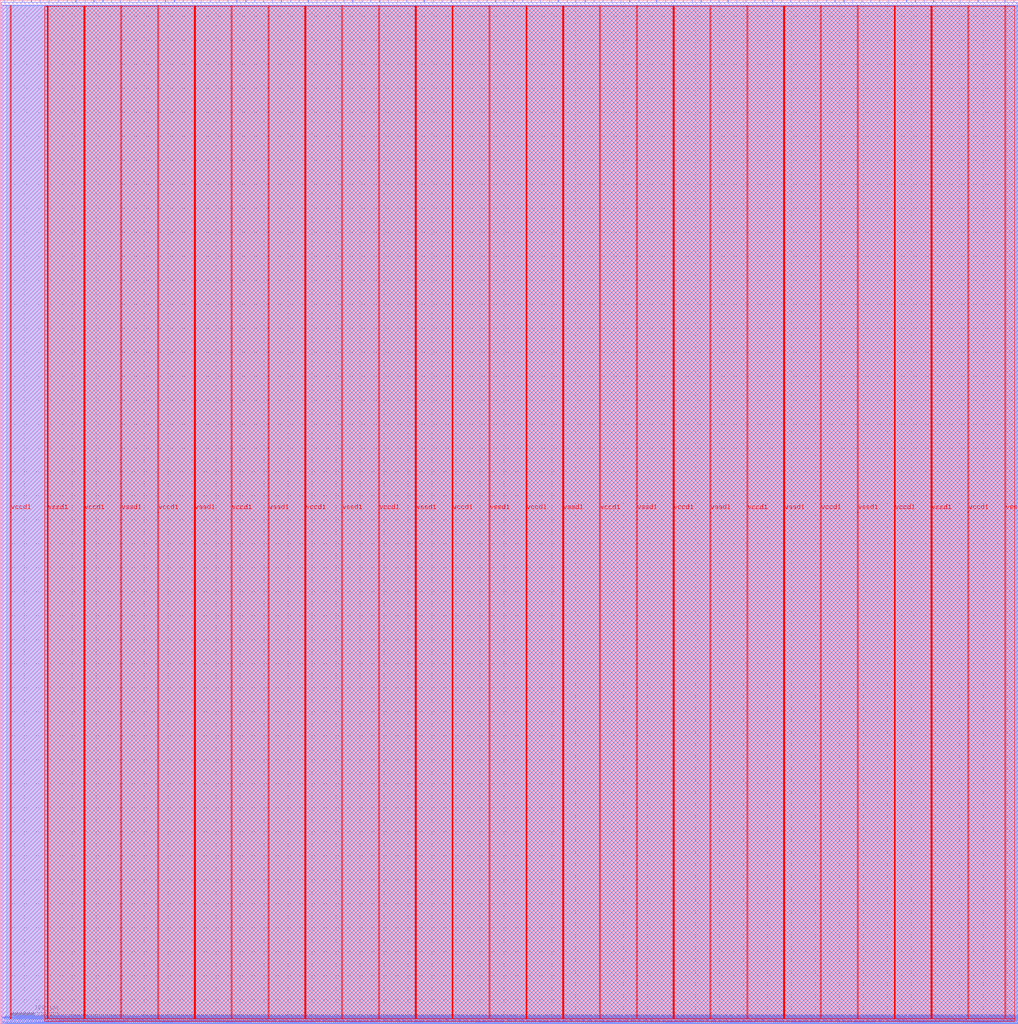
<source format=lef>
VERSION 5.7 ;
  NOWIREEXTENSIONATPIN ON ;
  DIVIDERCHAR "/" ;
  BUSBITCHARS "[]" ;
MACRO user_project
  CLASS BLOCK ;
  FOREIGN user_project ;
  ORIGIN 0.000 0.000 ;
  SIZE 2122.800 BY 2133.520 ;
  PIN io_in[0]
    DIRECTION INPUT ;
    USE SIGNAL ;
    PORT
      LAYER met2 ;
        RECT 9.290 2129.520 9.570 2133.520 ;
    END
  END io_in[0]
  PIN io_in[10]
    DIRECTION INPUT ;
    USE SIGNAL ;
    PORT
      LAYER met2 ;
        RECT 567.730 2129.520 568.010 2133.520 ;
    END
  END io_in[10]
  PIN io_in[11]
    DIRECTION INPUT ;
    USE SIGNAL ;
    PORT
      LAYER met2 ;
        RECT 623.390 2129.520 623.670 2133.520 ;
    END
  END io_in[11]
  PIN io_in[12]
    DIRECTION INPUT ;
    USE SIGNAL ;
    PORT
      LAYER met2 ;
        RECT 679.510 2129.520 679.790 2133.520 ;
    END
  END io_in[12]
  PIN io_in[13]
    DIRECTION INPUT ;
    USE SIGNAL ;
    PORT
      LAYER met2 ;
        RECT 735.170 2129.520 735.450 2133.520 ;
    END
  END io_in[13]
  PIN io_in[14]
    DIRECTION INPUT ;
    USE SIGNAL ;
    PORT
      LAYER met2 ;
        RECT 791.290 2129.520 791.570 2133.520 ;
    END
  END io_in[14]
  PIN io_in[15]
    DIRECTION INPUT ;
    USE SIGNAL ;
    PORT
      LAYER met2 ;
        RECT 846.950 2129.520 847.230 2133.520 ;
    END
  END io_in[15]
  PIN io_in[16]
    DIRECTION INPUT ;
    USE SIGNAL ;
    PORT
      LAYER met2 ;
        RECT 903.070 2129.520 903.350 2133.520 ;
    END
  END io_in[16]
  PIN io_in[17]
    DIRECTION INPUT ;
    USE SIGNAL ;
    PORT
      LAYER met2 ;
        RECT 958.730 2129.520 959.010 2133.520 ;
    END
  END io_in[17]
  PIN io_in[18]
    DIRECTION INPUT ;
    USE SIGNAL ;
    PORT
      LAYER met2 ;
        RECT 1014.850 2129.520 1015.130 2133.520 ;
    END
  END io_in[18]
  PIN io_in[19]
    DIRECTION INPUT ;
    USE SIGNAL ;
    PORT
      LAYER met2 ;
        RECT 1070.510 2129.520 1070.790 2133.520 ;
    END
  END io_in[19]
  PIN io_in[1]
    DIRECTION INPUT ;
    USE SIGNAL ;
    PORT
      LAYER met2 ;
        RECT 64.950 2129.520 65.230 2133.520 ;
    END
  END io_in[1]
  PIN io_in[20]
    DIRECTION INPUT ;
    USE SIGNAL ;
    PORT
      LAYER met2 ;
        RECT 1126.170 2129.520 1126.450 2133.520 ;
    END
  END io_in[20]
  PIN io_in[21]
    DIRECTION INPUT ;
    USE SIGNAL ;
    PORT
      LAYER met2 ;
        RECT 1182.290 2129.520 1182.570 2133.520 ;
    END
  END io_in[21]
  PIN io_in[22]
    DIRECTION INPUT ;
    USE SIGNAL ;
    PORT
      LAYER met2 ;
        RECT 1237.950 2129.520 1238.230 2133.520 ;
    END
  END io_in[22]
  PIN io_in[23]
    DIRECTION INPUT ;
    USE SIGNAL ;
    PORT
      LAYER met2 ;
        RECT 1294.070 2129.520 1294.350 2133.520 ;
    END
  END io_in[23]
  PIN io_in[24]
    DIRECTION INPUT ;
    USE SIGNAL ;
    PORT
      LAYER met2 ;
        RECT 1349.730 2129.520 1350.010 2133.520 ;
    END
  END io_in[24]
  PIN io_in[25]
    DIRECTION INPUT ;
    USE SIGNAL ;
    PORT
      LAYER met2 ;
        RECT 1405.850 2129.520 1406.130 2133.520 ;
    END
  END io_in[25]
  PIN io_in[26]
    DIRECTION INPUT ;
    USE SIGNAL ;
    PORT
      LAYER met2 ;
        RECT 1461.510 2129.520 1461.790 2133.520 ;
    END
  END io_in[26]
  PIN io_in[27]
    DIRECTION INPUT ;
    USE SIGNAL ;
    PORT
      LAYER met2 ;
        RECT 1517.630 2129.520 1517.910 2133.520 ;
    END
  END io_in[27]
  PIN io_in[28]
    DIRECTION INPUT ;
    USE SIGNAL ;
    PORT
      LAYER met2 ;
        RECT 1573.290 2129.520 1573.570 2133.520 ;
    END
  END io_in[28]
  PIN io_in[29]
    DIRECTION INPUT ;
    USE SIGNAL ;
    PORT
      LAYER met2 ;
        RECT 1628.950 2129.520 1629.230 2133.520 ;
    END
  END io_in[29]
  PIN io_in[2]
    DIRECTION INPUT ;
    USE SIGNAL ;
    PORT
      LAYER met2 ;
        RECT 120.610 2129.520 120.890 2133.520 ;
    END
  END io_in[2]
  PIN io_in[30]
    DIRECTION INPUT ;
    USE SIGNAL ;
    PORT
      LAYER met2 ;
        RECT 1685.070 2129.520 1685.350 2133.520 ;
    END
  END io_in[30]
  PIN io_in[31]
    DIRECTION INPUT ;
    USE SIGNAL ;
    PORT
      LAYER met2 ;
        RECT 1740.730 2129.520 1741.010 2133.520 ;
    END
  END io_in[31]
  PIN io_in[32]
    DIRECTION INPUT ;
    USE SIGNAL ;
    PORT
      LAYER met2 ;
        RECT 1796.850 2129.520 1797.130 2133.520 ;
    END
  END io_in[32]
  PIN io_in[33]
    DIRECTION INPUT ;
    USE SIGNAL ;
    PORT
      LAYER met2 ;
        RECT 1852.510 2129.520 1852.790 2133.520 ;
    END
  END io_in[33]
  PIN io_in[34]
    DIRECTION INPUT ;
    USE SIGNAL ;
    PORT
      LAYER met2 ;
        RECT 1908.630 2129.520 1908.910 2133.520 ;
    END
  END io_in[34]
  PIN io_in[35]
    DIRECTION INPUT ;
    USE SIGNAL ;
    PORT
      LAYER met2 ;
        RECT 1964.290 2129.520 1964.570 2133.520 ;
    END
  END io_in[35]
  PIN io_in[36]
    DIRECTION INPUT ;
    USE SIGNAL ;
    PORT
      LAYER met2 ;
        RECT 2020.410 2129.520 2020.690 2133.520 ;
    END
  END io_in[36]
  PIN io_in[37]
    DIRECTION INPUT ;
    USE SIGNAL ;
    PORT
      LAYER met2 ;
        RECT 2076.070 2129.520 2076.350 2133.520 ;
    END
  END io_in[37]
  PIN io_in[3]
    DIRECTION INPUT ;
    USE SIGNAL ;
    PORT
      LAYER met2 ;
        RECT 176.730 2129.520 177.010 2133.520 ;
    END
  END io_in[3]
  PIN io_in[4]
    DIRECTION INPUT ;
    USE SIGNAL ;
    PORT
      LAYER met2 ;
        RECT 232.390 2129.520 232.670 2133.520 ;
    END
  END io_in[4]
  PIN io_in[5]
    DIRECTION INPUT ;
    USE SIGNAL ;
    PORT
      LAYER met2 ;
        RECT 288.510 2129.520 288.790 2133.520 ;
    END
  END io_in[5]
  PIN io_in[6]
    DIRECTION INPUT ;
    USE SIGNAL ;
    PORT
      LAYER met2 ;
        RECT 344.170 2129.520 344.450 2133.520 ;
    END
  END io_in[6]
  PIN io_in[7]
    DIRECTION INPUT ;
    USE SIGNAL ;
    PORT
      LAYER met2 ;
        RECT 400.290 2129.520 400.570 2133.520 ;
    END
  END io_in[7]
  PIN io_in[8]
    DIRECTION INPUT ;
    USE SIGNAL ;
    PORT
      LAYER met2 ;
        RECT 455.950 2129.520 456.230 2133.520 ;
    END
  END io_in[8]
  PIN io_in[9]
    DIRECTION INPUT ;
    USE SIGNAL ;
    PORT
      LAYER met2 ;
        RECT 512.070 2129.520 512.350 2133.520 ;
    END
  END io_in[9]
  PIN io_oeb[0]
    DIRECTION OUTPUT TRISTATE ;
    USE SIGNAL ;
    PORT
      LAYER met2 ;
        RECT 27.690 2129.520 27.970 2133.520 ;
    END
  END io_oeb[0]
  PIN io_oeb[10]
    DIRECTION OUTPUT TRISTATE ;
    USE SIGNAL ;
    PORT
      LAYER met2 ;
        RECT 586.130 2129.520 586.410 2133.520 ;
    END
  END io_oeb[10]
  PIN io_oeb[11]
    DIRECTION OUTPUT TRISTATE ;
    USE SIGNAL ;
    PORT
      LAYER met2 ;
        RECT 642.250 2129.520 642.530 2133.520 ;
    END
  END io_oeb[11]
  PIN io_oeb[12]
    DIRECTION OUTPUT TRISTATE ;
    USE SIGNAL ;
    PORT
      LAYER met2 ;
        RECT 697.910 2129.520 698.190 2133.520 ;
    END
  END io_oeb[12]
  PIN io_oeb[13]
    DIRECTION OUTPUT TRISTATE ;
    USE SIGNAL ;
    PORT
      LAYER met2 ;
        RECT 754.030 2129.520 754.310 2133.520 ;
    END
  END io_oeb[13]
  PIN io_oeb[14]
    DIRECTION OUTPUT TRISTATE ;
    USE SIGNAL ;
    PORT
      LAYER met2 ;
        RECT 809.690 2129.520 809.970 2133.520 ;
    END
  END io_oeb[14]
  PIN io_oeb[15]
    DIRECTION OUTPUT TRISTATE ;
    USE SIGNAL ;
    PORT
      LAYER met2 ;
        RECT 865.810 2129.520 866.090 2133.520 ;
    END
  END io_oeb[15]
  PIN io_oeb[16]
    DIRECTION OUTPUT TRISTATE ;
    USE SIGNAL ;
    PORT
      LAYER met2 ;
        RECT 921.470 2129.520 921.750 2133.520 ;
    END
  END io_oeb[16]
  PIN io_oeb[17]
    DIRECTION OUTPUT TRISTATE ;
    USE SIGNAL ;
    PORT
      LAYER met2 ;
        RECT 977.590 2129.520 977.870 2133.520 ;
    END
  END io_oeb[17]
  PIN io_oeb[18]
    DIRECTION OUTPUT TRISTATE ;
    USE SIGNAL ;
    PORT
      LAYER met2 ;
        RECT 1033.250 2129.520 1033.530 2133.520 ;
    END
  END io_oeb[18]
  PIN io_oeb[19]
    DIRECTION OUTPUT TRISTATE ;
    USE SIGNAL ;
    PORT
      LAYER met2 ;
        RECT 1088.910 2129.520 1089.190 2133.520 ;
    END
  END io_oeb[19]
  PIN io_oeb[1]
    DIRECTION OUTPUT TRISTATE ;
    USE SIGNAL ;
    PORT
      LAYER met2 ;
        RECT 83.350 2129.520 83.630 2133.520 ;
    END
  END io_oeb[1]
  PIN io_oeb[20]
    DIRECTION OUTPUT TRISTATE ;
    USE SIGNAL ;
    PORT
      LAYER met2 ;
        RECT 1145.030 2129.520 1145.310 2133.520 ;
    END
  END io_oeb[20]
  PIN io_oeb[21]
    DIRECTION OUTPUT TRISTATE ;
    USE SIGNAL ;
    PORT
      LAYER met2 ;
        RECT 1200.690 2129.520 1200.970 2133.520 ;
    END
  END io_oeb[21]
  PIN io_oeb[22]
    DIRECTION OUTPUT TRISTATE ;
    USE SIGNAL ;
    PORT
      LAYER met2 ;
        RECT 1256.810 2129.520 1257.090 2133.520 ;
    END
  END io_oeb[22]
  PIN io_oeb[23]
    DIRECTION OUTPUT TRISTATE ;
    USE SIGNAL ;
    PORT
      LAYER met2 ;
        RECT 1312.470 2129.520 1312.750 2133.520 ;
    END
  END io_oeb[23]
  PIN io_oeb[24]
    DIRECTION OUTPUT TRISTATE ;
    USE SIGNAL ;
    PORT
      LAYER met2 ;
        RECT 1368.590 2129.520 1368.870 2133.520 ;
    END
  END io_oeb[24]
  PIN io_oeb[25]
    DIRECTION OUTPUT TRISTATE ;
    USE SIGNAL ;
    PORT
      LAYER met2 ;
        RECT 1424.250 2129.520 1424.530 2133.520 ;
    END
  END io_oeb[25]
  PIN io_oeb[26]
    DIRECTION OUTPUT TRISTATE ;
    USE SIGNAL ;
    PORT
      LAYER met2 ;
        RECT 1480.370 2129.520 1480.650 2133.520 ;
    END
  END io_oeb[26]
  PIN io_oeb[27]
    DIRECTION OUTPUT TRISTATE ;
    USE SIGNAL ;
    PORT
      LAYER met2 ;
        RECT 1536.030 2129.520 1536.310 2133.520 ;
    END
  END io_oeb[27]
  PIN io_oeb[28]
    DIRECTION OUTPUT TRISTATE ;
    USE SIGNAL ;
    PORT
      LAYER met2 ;
        RECT 1592.150 2129.520 1592.430 2133.520 ;
    END
  END io_oeb[28]
  PIN io_oeb[29]
    DIRECTION OUTPUT TRISTATE ;
    USE SIGNAL ;
    PORT
      LAYER met2 ;
        RECT 1647.810 2129.520 1648.090 2133.520 ;
    END
  END io_oeb[29]
  PIN io_oeb[2]
    DIRECTION OUTPUT TRISTATE ;
    USE SIGNAL ;
    PORT
      LAYER met2 ;
        RECT 139.470 2129.520 139.750 2133.520 ;
    END
  END io_oeb[2]
  PIN io_oeb[30]
    DIRECTION OUTPUT TRISTATE ;
    USE SIGNAL ;
    PORT
      LAYER met2 ;
        RECT 1703.470 2129.520 1703.750 2133.520 ;
    END
  END io_oeb[30]
  PIN io_oeb[31]
    DIRECTION OUTPUT TRISTATE ;
    USE SIGNAL ;
    PORT
      LAYER met2 ;
        RECT 1759.590 2129.520 1759.870 2133.520 ;
    END
  END io_oeb[31]
  PIN io_oeb[32]
    DIRECTION OUTPUT TRISTATE ;
    USE SIGNAL ;
    PORT
      LAYER met2 ;
        RECT 1815.250 2129.520 1815.530 2133.520 ;
    END
  END io_oeb[32]
  PIN io_oeb[33]
    DIRECTION OUTPUT TRISTATE ;
    USE SIGNAL ;
    PORT
      LAYER met2 ;
        RECT 1871.370 2129.520 1871.650 2133.520 ;
    END
  END io_oeb[33]
  PIN io_oeb[34]
    DIRECTION OUTPUT TRISTATE ;
    USE SIGNAL ;
    PORT
      LAYER met2 ;
        RECT 1927.030 2129.520 1927.310 2133.520 ;
    END
  END io_oeb[34]
  PIN io_oeb[35]
    DIRECTION OUTPUT TRISTATE ;
    USE SIGNAL ;
    PORT
      LAYER met2 ;
        RECT 1983.150 2129.520 1983.430 2133.520 ;
    END
  END io_oeb[35]
  PIN io_oeb[36]
    DIRECTION OUTPUT TRISTATE ;
    USE SIGNAL ;
    PORT
      LAYER met2 ;
        RECT 2038.810 2129.520 2039.090 2133.520 ;
    END
  END io_oeb[36]
  PIN io_oeb[37]
    DIRECTION OUTPUT TRISTATE ;
    USE SIGNAL ;
    PORT
      LAYER met2 ;
        RECT 2094.930 2129.520 2095.210 2133.520 ;
    END
  END io_oeb[37]
  PIN io_oeb[3]
    DIRECTION OUTPUT TRISTATE ;
    USE SIGNAL ;
    PORT
      LAYER met2 ;
        RECT 195.130 2129.520 195.410 2133.520 ;
    END
  END io_oeb[3]
  PIN io_oeb[4]
    DIRECTION OUTPUT TRISTATE ;
    USE SIGNAL ;
    PORT
      LAYER met2 ;
        RECT 251.250 2129.520 251.530 2133.520 ;
    END
  END io_oeb[4]
  PIN io_oeb[5]
    DIRECTION OUTPUT TRISTATE ;
    USE SIGNAL ;
    PORT
      LAYER met2 ;
        RECT 306.910 2129.520 307.190 2133.520 ;
    END
  END io_oeb[5]
  PIN io_oeb[6]
    DIRECTION OUTPUT TRISTATE ;
    USE SIGNAL ;
    PORT
      LAYER met2 ;
        RECT 363.030 2129.520 363.310 2133.520 ;
    END
  END io_oeb[6]
  PIN io_oeb[7]
    DIRECTION OUTPUT TRISTATE ;
    USE SIGNAL ;
    PORT
      LAYER met2 ;
        RECT 418.690 2129.520 418.970 2133.520 ;
    END
  END io_oeb[7]
  PIN io_oeb[8]
    DIRECTION OUTPUT TRISTATE ;
    USE SIGNAL ;
    PORT
      LAYER met2 ;
        RECT 474.810 2129.520 475.090 2133.520 ;
    END
  END io_oeb[8]
  PIN io_oeb[9]
    DIRECTION OUTPUT TRISTATE ;
    USE SIGNAL ;
    PORT
      LAYER met2 ;
        RECT 530.470 2129.520 530.750 2133.520 ;
    END
  END io_oeb[9]
  PIN io_out[0]
    DIRECTION OUTPUT TRISTATE ;
    USE SIGNAL ;
    PORT
      LAYER met2 ;
        RECT 46.090 2129.520 46.370 2133.520 ;
    END
  END io_out[0]
  PIN io_out[10]
    DIRECTION OUTPUT TRISTATE ;
    USE SIGNAL ;
    PORT
      LAYER met2 ;
        RECT 604.990 2129.520 605.270 2133.520 ;
    END
  END io_out[10]
  PIN io_out[11]
    DIRECTION OUTPUT TRISTATE ;
    USE SIGNAL ;
    PORT
      LAYER met2 ;
        RECT 660.650 2129.520 660.930 2133.520 ;
    END
  END io_out[11]
  PIN io_out[12]
    DIRECTION OUTPUT TRISTATE ;
    USE SIGNAL ;
    PORT
      LAYER met2 ;
        RECT 716.770 2129.520 717.050 2133.520 ;
    END
  END io_out[12]
  PIN io_out[13]
    DIRECTION OUTPUT TRISTATE ;
    USE SIGNAL ;
    PORT
      LAYER met2 ;
        RECT 772.430 2129.520 772.710 2133.520 ;
    END
  END io_out[13]
  PIN io_out[14]
    DIRECTION OUTPUT TRISTATE ;
    USE SIGNAL ;
    PORT
      LAYER met2 ;
        RECT 828.550 2129.520 828.830 2133.520 ;
    END
  END io_out[14]
  PIN io_out[15]
    DIRECTION OUTPUT TRISTATE ;
    USE SIGNAL ;
    PORT
      LAYER met2 ;
        RECT 884.210 2129.520 884.490 2133.520 ;
    END
  END io_out[15]
  PIN io_out[16]
    DIRECTION OUTPUT TRISTATE ;
    USE SIGNAL ;
    PORT
      LAYER met2 ;
        RECT 940.330 2129.520 940.610 2133.520 ;
    END
  END io_out[16]
  PIN io_out[17]
    DIRECTION OUTPUT TRISTATE ;
    USE SIGNAL ;
    PORT
      LAYER met2 ;
        RECT 995.990 2129.520 996.270 2133.520 ;
    END
  END io_out[17]
  PIN io_out[18]
    DIRECTION OUTPUT TRISTATE ;
    USE SIGNAL ;
    PORT
      LAYER met2 ;
        RECT 1052.110 2129.520 1052.390 2133.520 ;
    END
  END io_out[18]
  PIN io_out[19]
    DIRECTION OUTPUT TRISTATE ;
    USE SIGNAL ;
    PORT
      LAYER met2 ;
        RECT 1107.770 2129.520 1108.050 2133.520 ;
    END
  END io_out[19]
  PIN io_out[1]
    DIRECTION OUTPUT TRISTATE ;
    USE SIGNAL ;
    PORT
      LAYER met2 ;
        RECT 102.210 2129.520 102.490 2133.520 ;
    END
  END io_out[1]
  PIN io_out[20]
    DIRECTION OUTPUT TRISTATE ;
    USE SIGNAL ;
    PORT
      LAYER met2 ;
        RECT 1163.430 2129.520 1163.710 2133.520 ;
    END
  END io_out[20]
  PIN io_out[21]
    DIRECTION OUTPUT TRISTATE ;
    USE SIGNAL ;
    PORT
      LAYER met2 ;
        RECT 1219.550 2129.520 1219.830 2133.520 ;
    END
  END io_out[21]
  PIN io_out[22]
    DIRECTION OUTPUT TRISTATE ;
    USE SIGNAL ;
    PORT
      LAYER met2 ;
        RECT 1275.210 2129.520 1275.490 2133.520 ;
    END
  END io_out[22]
  PIN io_out[23]
    DIRECTION OUTPUT TRISTATE ;
    USE SIGNAL ;
    PORT
      LAYER met2 ;
        RECT 1331.330 2129.520 1331.610 2133.520 ;
    END
  END io_out[23]
  PIN io_out[24]
    DIRECTION OUTPUT TRISTATE ;
    USE SIGNAL ;
    PORT
      LAYER met2 ;
        RECT 1386.990 2129.520 1387.270 2133.520 ;
    END
  END io_out[24]
  PIN io_out[25]
    DIRECTION OUTPUT TRISTATE ;
    USE SIGNAL ;
    PORT
      LAYER met2 ;
        RECT 1443.110 2129.520 1443.390 2133.520 ;
    END
  END io_out[25]
  PIN io_out[26]
    DIRECTION OUTPUT TRISTATE ;
    USE SIGNAL ;
    PORT
      LAYER met2 ;
        RECT 1498.770 2129.520 1499.050 2133.520 ;
    END
  END io_out[26]
  PIN io_out[27]
    DIRECTION OUTPUT TRISTATE ;
    USE SIGNAL ;
    PORT
      LAYER met2 ;
        RECT 1554.890 2129.520 1555.170 2133.520 ;
    END
  END io_out[27]
  PIN io_out[28]
    DIRECTION OUTPUT TRISTATE ;
    USE SIGNAL ;
    PORT
      LAYER met2 ;
        RECT 1610.550 2129.520 1610.830 2133.520 ;
    END
  END io_out[28]
  PIN io_out[29]
    DIRECTION OUTPUT TRISTATE ;
    USE SIGNAL ;
    PORT
      LAYER met2 ;
        RECT 1666.210 2129.520 1666.490 2133.520 ;
    END
  END io_out[29]
  PIN io_out[2]
    DIRECTION OUTPUT TRISTATE ;
    USE SIGNAL ;
    PORT
      LAYER met2 ;
        RECT 157.870 2129.520 158.150 2133.520 ;
    END
  END io_out[2]
  PIN io_out[30]
    DIRECTION OUTPUT TRISTATE ;
    USE SIGNAL ;
    PORT
      LAYER met2 ;
        RECT 1722.330 2129.520 1722.610 2133.520 ;
    END
  END io_out[30]
  PIN io_out[31]
    DIRECTION OUTPUT TRISTATE ;
    USE SIGNAL ;
    PORT
      LAYER met2 ;
        RECT 1777.990 2129.520 1778.270 2133.520 ;
    END
  END io_out[31]
  PIN io_out[32]
    DIRECTION OUTPUT TRISTATE ;
    USE SIGNAL ;
    PORT
      LAYER met2 ;
        RECT 1834.110 2129.520 1834.390 2133.520 ;
    END
  END io_out[32]
  PIN io_out[33]
    DIRECTION OUTPUT TRISTATE ;
    USE SIGNAL ;
    PORT
      LAYER met2 ;
        RECT 1889.770 2129.520 1890.050 2133.520 ;
    END
  END io_out[33]
  PIN io_out[34]
    DIRECTION OUTPUT TRISTATE ;
    USE SIGNAL ;
    PORT
      LAYER met2 ;
        RECT 1945.890 2129.520 1946.170 2133.520 ;
    END
  END io_out[34]
  PIN io_out[35]
    DIRECTION OUTPUT TRISTATE ;
    USE SIGNAL ;
    PORT
      LAYER met2 ;
        RECT 2001.550 2129.520 2001.830 2133.520 ;
    END
  END io_out[35]
  PIN io_out[36]
    DIRECTION OUTPUT TRISTATE ;
    USE SIGNAL ;
    PORT
      LAYER met2 ;
        RECT 2057.670 2129.520 2057.950 2133.520 ;
    END
  END io_out[36]
  PIN io_out[37]
    DIRECTION OUTPUT TRISTATE ;
    USE SIGNAL ;
    PORT
      LAYER met2 ;
        RECT 2113.330 2129.520 2113.610 2133.520 ;
    END
  END io_out[37]
  PIN io_out[3]
    DIRECTION OUTPUT TRISTATE ;
    USE SIGNAL ;
    PORT
      LAYER met2 ;
        RECT 213.990 2129.520 214.270 2133.520 ;
    END
  END io_out[3]
  PIN io_out[4]
    DIRECTION OUTPUT TRISTATE ;
    USE SIGNAL ;
    PORT
      LAYER met2 ;
        RECT 269.650 2129.520 269.930 2133.520 ;
    END
  END io_out[4]
  PIN io_out[5]
    DIRECTION OUTPUT TRISTATE ;
    USE SIGNAL ;
    PORT
      LAYER met2 ;
        RECT 325.770 2129.520 326.050 2133.520 ;
    END
  END io_out[5]
  PIN io_out[6]
    DIRECTION OUTPUT TRISTATE ;
    USE SIGNAL ;
    PORT
      LAYER met2 ;
        RECT 381.430 2129.520 381.710 2133.520 ;
    END
  END io_out[6]
  PIN io_out[7]
    DIRECTION OUTPUT TRISTATE ;
    USE SIGNAL ;
    PORT
      LAYER met2 ;
        RECT 437.550 2129.520 437.830 2133.520 ;
    END
  END io_out[7]
  PIN io_out[8]
    DIRECTION OUTPUT TRISTATE ;
    USE SIGNAL ;
    PORT
      LAYER met2 ;
        RECT 493.210 2129.520 493.490 2133.520 ;
    END
  END io_out[8]
  PIN io_out[9]
    DIRECTION OUTPUT TRISTATE ;
    USE SIGNAL ;
    PORT
      LAYER met2 ;
        RECT 548.870 2129.520 549.150 2133.520 ;
    END
  END io_out[9]
  PIN irq[0]
    DIRECTION OUTPUT TRISTATE ;
    USE SIGNAL ;
    PORT
      LAYER met2 ;
        RECT 2111.490 0.000 2111.770 4.000 ;
    END
  END irq[0]
  PIN irq[1]
    DIRECTION OUTPUT TRISTATE ;
    USE SIGNAL ;
    PORT
      LAYER met2 ;
        RECT 2116.090 0.000 2116.370 4.000 ;
    END
  END irq[1]
  PIN irq[2]
    DIRECTION OUTPUT TRISTATE ;
    USE SIGNAL ;
    PORT
      LAYER met2 ;
        RECT 2120.230 0.000 2120.510 4.000 ;
    END
  END irq[2]
  PIN la_data_in[0]
    DIRECTION INPUT ;
    USE SIGNAL ;
    PORT
      LAYER met2 ;
        RECT 458.250 0.000 458.530 4.000 ;
    END
  END la_data_in[0]
  PIN la_data_in[100]
    DIRECTION INPUT ;
    USE SIGNAL ;
    PORT
      LAYER met2 ;
        RECT 1749.930 0.000 1750.210 4.000 ;
    END
  END la_data_in[100]
  PIN la_data_in[101]
    DIRECTION INPUT ;
    USE SIGNAL ;
    PORT
      LAYER met2 ;
        RECT 1762.810 0.000 1763.090 4.000 ;
    END
  END la_data_in[101]
  PIN la_data_in[102]
    DIRECTION INPUT ;
    USE SIGNAL ;
    PORT
      LAYER met2 ;
        RECT 1775.690 0.000 1775.970 4.000 ;
    END
  END la_data_in[102]
  PIN la_data_in[103]
    DIRECTION INPUT ;
    USE SIGNAL ;
    PORT
      LAYER met2 ;
        RECT 1788.570 0.000 1788.850 4.000 ;
    END
  END la_data_in[103]
  PIN la_data_in[104]
    DIRECTION INPUT ;
    USE SIGNAL ;
    PORT
      LAYER met2 ;
        RECT 1801.450 0.000 1801.730 4.000 ;
    END
  END la_data_in[104]
  PIN la_data_in[105]
    DIRECTION INPUT ;
    USE SIGNAL ;
    PORT
      LAYER met2 ;
        RECT 1814.790 0.000 1815.070 4.000 ;
    END
  END la_data_in[105]
  PIN la_data_in[106]
    DIRECTION INPUT ;
    USE SIGNAL ;
    PORT
      LAYER met2 ;
        RECT 1827.670 0.000 1827.950 4.000 ;
    END
  END la_data_in[106]
  PIN la_data_in[107]
    DIRECTION INPUT ;
    USE SIGNAL ;
    PORT
      LAYER met2 ;
        RECT 1840.550 0.000 1840.830 4.000 ;
    END
  END la_data_in[107]
  PIN la_data_in[108]
    DIRECTION INPUT ;
    USE SIGNAL ;
    PORT
      LAYER met2 ;
        RECT 1853.430 0.000 1853.710 4.000 ;
    END
  END la_data_in[108]
  PIN la_data_in[109]
    DIRECTION INPUT ;
    USE SIGNAL ;
    PORT
      LAYER met2 ;
        RECT 1866.310 0.000 1866.590 4.000 ;
    END
  END la_data_in[109]
  PIN la_data_in[10]
    DIRECTION INPUT ;
    USE SIGNAL ;
    PORT
      LAYER met2 ;
        RECT 587.510 0.000 587.790 4.000 ;
    END
  END la_data_in[10]
  PIN la_data_in[110]
    DIRECTION INPUT ;
    USE SIGNAL ;
    PORT
      LAYER met2 ;
        RECT 1879.190 0.000 1879.470 4.000 ;
    END
  END la_data_in[110]
  PIN la_data_in[111]
    DIRECTION INPUT ;
    USE SIGNAL ;
    PORT
      LAYER met2 ;
        RECT 1892.070 0.000 1892.350 4.000 ;
    END
  END la_data_in[111]
  PIN la_data_in[112]
    DIRECTION INPUT ;
    USE SIGNAL ;
    PORT
      LAYER met2 ;
        RECT 1904.950 0.000 1905.230 4.000 ;
    END
  END la_data_in[112]
  PIN la_data_in[113]
    DIRECTION INPUT ;
    USE SIGNAL ;
    PORT
      LAYER met2 ;
        RECT 1917.830 0.000 1918.110 4.000 ;
    END
  END la_data_in[113]
  PIN la_data_in[114]
    DIRECTION INPUT ;
    USE SIGNAL ;
    PORT
      LAYER met2 ;
        RECT 1930.710 0.000 1930.990 4.000 ;
    END
  END la_data_in[114]
  PIN la_data_in[115]
    DIRECTION INPUT ;
    USE SIGNAL ;
    PORT
      LAYER met2 ;
        RECT 1943.590 0.000 1943.870 4.000 ;
    END
  END la_data_in[115]
  PIN la_data_in[116]
    DIRECTION INPUT ;
    USE SIGNAL ;
    PORT
      LAYER met2 ;
        RECT 1956.470 0.000 1956.750 4.000 ;
    END
  END la_data_in[116]
  PIN la_data_in[117]
    DIRECTION INPUT ;
    USE SIGNAL ;
    PORT
      LAYER met2 ;
        RECT 1969.810 0.000 1970.090 4.000 ;
    END
  END la_data_in[117]
  PIN la_data_in[118]
    DIRECTION INPUT ;
    USE SIGNAL ;
    PORT
      LAYER met2 ;
        RECT 1982.690 0.000 1982.970 4.000 ;
    END
  END la_data_in[118]
  PIN la_data_in[119]
    DIRECTION INPUT ;
    USE SIGNAL ;
    PORT
      LAYER met2 ;
        RECT 1995.570 0.000 1995.850 4.000 ;
    END
  END la_data_in[119]
  PIN la_data_in[11]
    DIRECTION INPUT ;
    USE SIGNAL ;
    PORT
      LAYER met2 ;
        RECT 600.390 0.000 600.670 4.000 ;
    END
  END la_data_in[11]
  PIN la_data_in[120]
    DIRECTION INPUT ;
    USE SIGNAL ;
    PORT
      LAYER met2 ;
        RECT 2008.450 0.000 2008.730 4.000 ;
    END
  END la_data_in[120]
  PIN la_data_in[121]
    DIRECTION INPUT ;
    USE SIGNAL ;
    PORT
      LAYER met2 ;
        RECT 2021.330 0.000 2021.610 4.000 ;
    END
  END la_data_in[121]
  PIN la_data_in[122]
    DIRECTION INPUT ;
    USE SIGNAL ;
    PORT
      LAYER met2 ;
        RECT 2034.210 0.000 2034.490 4.000 ;
    END
  END la_data_in[122]
  PIN la_data_in[123]
    DIRECTION INPUT ;
    USE SIGNAL ;
    PORT
      LAYER met2 ;
        RECT 2047.090 0.000 2047.370 4.000 ;
    END
  END la_data_in[123]
  PIN la_data_in[124]
    DIRECTION INPUT ;
    USE SIGNAL ;
    PORT
      LAYER met2 ;
        RECT 2059.970 0.000 2060.250 4.000 ;
    END
  END la_data_in[124]
  PIN la_data_in[125]
    DIRECTION INPUT ;
    USE SIGNAL ;
    PORT
      LAYER met2 ;
        RECT 2072.850 0.000 2073.130 4.000 ;
    END
  END la_data_in[125]
  PIN la_data_in[126]
    DIRECTION INPUT ;
    USE SIGNAL ;
    PORT
      LAYER met2 ;
        RECT 2085.730 0.000 2086.010 4.000 ;
    END
  END la_data_in[126]
  PIN la_data_in[127]
    DIRECTION INPUT ;
    USE SIGNAL ;
    PORT
      LAYER met2 ;
        RECT 2098.610 0.000 2098.890 4.000 ;
    END
  END la_data_in[127]
  PIN la_data_in[12]
    DIRECTION INPUT ;
    USE SIGNAL ;
    PORT
      LAYER met2 ;
        RECT 613.270 0.000 613.550 4.000 ;
    END
  END la_data_in[12]
  PIN la_data_in[13]
    DIRECTION INPUT ;
    USE SIGNAL ;
    PORT
      LAYER met2 ;
        RECT 626.150 0.000 626.430 4.000 ;
    END
  END la_data_in[13]
  PIN la_data_in[14]
    DIRECTION INPUT ;
    USE SIGNAL ;
    PORT
      LAYER met2 ;
        RECT 639.030 0.000 639.310 4.000 ;
    END
  END la_data_in[14]
  PIN la_data_in[15]
    DIRECTION INPUT ;
    USE SIGNAL ;
    PORT
      LAYER met2 ;
        RECT 651.910 0.000 652.190 4.000 ;
    END
  END la_data_in[15]
  PIN la_data_in[16]
    DIRECTION INPUT ;
    USE SIGNAL ;
    PORT
      LAYER met2 ;
        RECT 664.790 0.000 665.070 4.000 ;
    END
  END la_data_in[16]
  PIN la_data_in[17]
    DIRECTION INPUT ;
    USE SIGNAL ;
    PORT
      LAYER met2 ;
        RECT 677.670 0.000 677.950 4.000 ;
    END
  END la_data_in[17]
  PIN la_data_in[18]
    DIRECTION INPUT ;
    USE SIGNAL ;
    PORT
      LAYER met2 ;
        RECT 690.550 0.000 690.830 4.000 ;
    END
  END la_data_in[18]
  PIN la_data_in[19]
    DIRECTION INPUT ;
    USE SIGNAL ;
    PORT
      LAYER met2 ;
        RECT 703.430 0.000 703.710 4.000 ;
    END
  END la_data_in[19]
  PIN la_data_in[1]
    DIRECTION INPUT ;
    USE SIGNAL ;
    PORT
      LAYER met2 ;
        RECT 471.130 0.000 471.410 4.000 ;
    END
  END la_data_in[1]
  PIN la_data_in[20]
    DIRECTION INPUT ;
    USE SIGNAL ;
    PORT
      LAYER met2 ;
        RECT 716.310 0.000 716.590 4.000 ;
    END
  END la_data_in[20]
  PIN la_data_in[21]
    DIRECTION INPUT ;
    USE SIGNAL ;
    PORT
      LAYER met2 ;
        RECT 729.650 0.000 729.930 4.000 ;
    END
  END la_data_in[21]
  PIN la_data_in[22]
    DIRECTION INPUT ;
    USE SIGNAL ;
    PORT
      LAYER met2 ;
        RECT 742.530 0.000 742.810 4.000 ;
    END
  END la_data_in[22]
  PIN la_data_in[23]
    DIRECTION INPUT ;
    USE SIGNAL ;
    PORT
      LAYER met2 ;
        RECT 755.410 0.000 755.690 4.000 ;
    END
  END la_data_in[23]
  PIN la_data_in[24]
    DIRECTION INPUT ;
    USE SIGNAL ;
    PORT
      LAYER met2 ;
        RECT 768.290 0.000 768.570 4.000 ;
    END
  END la_data_in[24]
  PIN la_data_in[25]
    DIRECTION INPUT ;
    USE SIGNAL ;
    PORT
      LAYER met2 ;
        RECT 781.170 0.000 781.450 4.000 ;
    END
  END la_data_in[25]
  PIN la_data_in[26]
    DIRECTION INPUT ;
    USE SIGNAL ;
    PORT
      LAYER met2 ;
        RECT 794.050 0.000 794.330 4.000 ;
    END
  END la_data_in[26]
  PIN la_data_in[27]
    DIRECTION INPUT ;
    USE SIGNAL ;
    PORT
      LAYER met2 ;
        RECT 806.930 0.000 807.210 4.000 ;
    END
  END la_data_in[27]
  PIN la_data_in[28]
    DIRECTION INPUT ;
    USE SIGNAL ;
    PORT
      LAYER met2 ;
        RECT 819.810 0.000 820.090 4.000 ;
    END
  END la_data_in[28]
  PIN la_data_in[29]
    DIRECTION INPUT ;
    USE SIGNAL ;
    PORT
      LAYER met2 ;
        RECT 832.690 0.000 832.970 4.000 ;
    END
  END la_data_in[29]
  PIN la_data_in[2]
    DIRECTION INPUT ;
    USE SIGNAL ;
    PORT
      LAYER met2 ;
        RECT 484.010 0.000 484.290 4.000 ;
    END
  END la_data_in[2]
  PIN la_data_in[30]
    DIRECTION INPUT ;
    USE SIGNAL ;
    PORT
      LAYER met2 ;
        RECT 845.570 0.000 845.850 4.000 ;
    END
  END la_data_in[30]
  PIN la_data_in[31]
    DIRECTION INPUT ;
    USE SIGNAL ;
    PORT
      LAYER met2 ;
        RECT 858.450 0.000 858.730 4.000 ;
    END
  END la_data_in[31]
  PIN la_data_in[32]
    DIRECTION INPUT ;
    USE SIGNAL ;
    PORT
      LAYER met2 ;
        RECT 871.330 0.000 871.610 4.000 ;
    END
  END la_data_in[32]
  PIN la_data_in[33]
    DIRECTION INPUT ;
    USE SIGNAL ;
    PORT
      LAYER met2 ;
        RECT 884.670 0.000 884.950 4.000 ;
    END
  END la_data_in[33]
  PIN la_data_in[34]
    DIRECTION INPUT ;
    USE SIGNAL ;
    PORT
      LAYER met2 ;
        RECT 897.550 0.000 897.830 4.000 ;
    END
  END la_data_in[34]
  PIN la_data_in[35]
    DIRECTION INPUT ;
    USE SIGNAL ;
    PORT
      LAYER met2 ;
        RECT 910.430 0.000 910.710 4.000 ;
    END
  END la_data_in[35]
  PIN la_data_in[36]
    DIRECTION INPUT ;
    USE SIGNAL ;
    PORT
      LAYER met2 ;
        RECT 923.310 0.000 923.590 4.000 ;
    END
  END la_data_in[36]
  PIN la_data_in[37]
    DIRECTION INPUT ;
    USE SIGNAL ;
    PORT
      LAYER met2 ;
        RECT 936.190 0.000 936.470 4.000 ;
    END
  END la_data_in[37]
  PIN la_data_in[38]
    DIRECTION INPUT ;
    USE SIGNAL ;
    PORT
      LAYER met2 ;
        RECT 949.070 0.000 949.350 4.000 ;
    END
  END la_data_in[38]
  PIN la_data_in[39]
    DIRECTION INPUT ;
    USE SIGNAL ;
    PORT
      LAYER met2 ;
        RECT 961.950 0.000 962.230 4.000 ;
    END
  END la_data_in[39]
  PIN la_data_in[3]
    DIRECTION INPUT ;
    USE SIGNAL ;
    PORT
      LAYER met2 ;
        RECT 496.890 0.000 497.170 4.000 ;
    END
  END la_data_in[3]
  PIN la_data_in[40]
    DIRECTION INPUT ;
    USE SIGNAL ;
    PORT
      LAYER met2 ;
        RECT 974.830 0.000 975.110 4.000 ;
    END
  END la_data_in[40]
  PIN la_data_in[41]
    DIRECTION INPUT ;
    USE SIGNAL ;
    PORT
      LAYER met2 ;
        RECT 987.710 0.000 987.990 4.000 ;
    END
  END la_data_in[41]
  PIN la_data_in[42]
    DIRECTION INPUT ;
    USE SIGNAL ;
    PORT
      LAYER met2 ;
        RECT 1000.590 0.000 1000.870 4.000 ;
    END
  END la_data_in[42]
  PIN la_data_in[43]
    DIRECTION INPUT ;
    USE SIGNAL ;
    PORT
      LAYER met2 ;
        RECT 1013.470 0.000 1013.750 4.000 ;
    END
  END la_data_in[43]
  PIN la_data_in[44]
    DIRECTION INPUT ;
    USE SIGNAL ;
    PORT
      LAYER met2 ;
        RECT 1026.350 0.000 1026.630 4.000 ;
    END
  END la_data_in[44]
  PIN la_data_in[45]
    DIRECTION INPUT ;
    USE SIGNAL ;
    PORT
      LAYER met2 ;
        RECT 1039.690 0.000 1039.970 4.000 ;
    END
  END la_data_in[45]
  PIN la_data_in[46]
    DIRECTION INPUT ;
    USE SIGNAL ;
    PORT
      LAYER met2 ;
        RECT 1052.570 0.000 1052.850 4.000 ;
    END
  END la_data_in[46]
  PIN la_data_in[47]
    DIRECTION INPUT ;
    USE SIGNAL ;
    PORT
      LAYER met2 ;
        RECT 1065.450 0.000 1065.730 4.000 ;
    END
  END la_data_in[47]
  PIN la_data_in[48]
    DIRECTION INPUT ;
    USE SIGNAL ;
    PORT
      LAYER met2 ;
        RECT 1078.330 0.000 1078.610 4.000 ;
    END
  END la_data_in[48]
  PIN la_data_in[49]
    DIRECTION INPUT ;
    USE SIGNAL ;
    PORT
      LAYER met2 ;
        RECT 1091.210 0.000 1091.490 4.000 ;
    END
  END la_data_in[49]
  PIN la_data_in[4]
    DIRECTION INPUT ;
    USE SIGNAL ;
    PORT
      LAYER met2 ;
        RECT 509.770 0.000 510.050 4.000 ;
    END
  END la_data_in[4]
  PIN la_data_in[50]
    DIRECTION INPUT ;
    USE SIGNAL ;
    PORT
      LAYER met2 ;
        RECT 1104.090 0.000 1104.370 4.000 ;
    END
  END la_data_in[50]
  PIN la_data_in[51]
    DIRECTION INPUT ;
    USE SIGNAL ;
    PORT
      LAYER met2 ;
        RECT 1116.970 0.000 1117.250 4.000 ;
    END
  END la_data_in[51]
  PIN la_data_in[52]
    DIRECTION INPUT ;
    USE SIGNAL ;
    PORT
      LAYER met2 ;
        RECT 1129.850 0.000 1130.130 4.000 ;
    END
  END la_data_in[52]
  PIN la_data_in[53]
    DIRECTION INPUT ;
    USE SIGNAL ;
    PORT
      LAYER met2 ;
        RECT 1142.730 0.000 1143.010 4.000 ;
    END
  END la_data_in[53]
  PIN la_data_in[54]
    DIRECTION INPUT ;
    USE SIGNAL ;
    PORT
      LAYER met2 ;
        RECT 1155.610 0.000 1155.890 4.000 ;
    END
  END la_data_in[54]
  PIN la_data_in[55]
    DIRECTION INPUT ;
    USE SIGNAL ;
    PORT
      LAYER met2 ;
        RECT 1168.490 0.000 1168.770 4.000 ;
    END
  END la_data_in[55]
  PIN la_data_in[56]
    DIRECTION INPUT ;
    USE SIGNAL ;
    PORT
      LAYER met2 ;
        RECT 1181.370 0.000 1181.650 4.000 ;
    END
  END la_data_in[56]
  PIN la_data_in[57]
    DIRECTION INPUT ;
    USE SIGNAL ;
    PORT
      LAYER met2 ;
        RECT 1194.710 0.000 1194.990 4.000 ;
    END
  END la_data_in[57]
  PIN la_data_in[58]
    DIRECTION INPUT ;
    USE SIGNAL ;
    PORT
      LAYER met2 ;
        RECT 1207.590 0.000 1207.870 4.000 ;
    END
  END la_data_in[58]
  PIN la_data_in[59]
    DIRECTION INPUT ;
    USE SIGNAL ;
    PORT
      LAYER met2 ;
        RECT 1220.470 0.000 1220.750 4.000 ;
    END
  END la_data_in[59]
  PIN la_data_in[5]
    DIRECTION INPUT ;
    USE SIGNAL ;
    PORT
      LAYER met2 ;
        RECT 522.650 0.000 522.930 4.000 ;
    END
  END la_data_in[5]
  PIN la_data_in[60]
    DIRECTION INPUT ;
    USE SIGNAL ;
    PORT
      LAYER met2 ;
        RECT 1233.350 0.000 1233.630 4.000 ;
    END
  END la_data_in[60]
  PIN la_data_in[61]
    DIRECTION INPUT ;
    USE SIGNAL ;
    PORT
      LAYER met2 ;
        RECT 1246.230 0.000 1246.510 4.000 ;
    END
  END la_data_in[61]
  PIN la_data_in[62]
    DIRECTION INPUT ;
    USE SIGNAL ;
    PORT
      LAYER met2 ;
        RECT 1259.110 0.000 1259.390 4.000 ;
    END
  END la_data_in[62]
  PIN la_data_in[63]
    DIRECTION INPUT ;
    USE SIGNAL ;
    PORT
      LAYER met2 ;
        RECT 1271.990 0.000 1272.270 4.000 ;
    END
  END la_data_in[63]
  PIN la_data_in[64]
    DIRECTION INPUT ;
    USE SIGNAL ;
    PORT
      LAYER met2 ;
        RECT 1284.870 0.000 1285.150 4.000 ;
    END
  END la_data_in[64]
  PIN la_data_in[65]
    DIRECTION INPUT ;
    USE SIGNAL ;
    PORT
      LAYER met2 ;
        RECT 1297.750 0.000 1298.030 4.000 ;
    END
  END la_data_in[65]
  PIN la_data_in[66]
    DIRECTION INPUT ;
    USE SIGNAL ;
    PORT
      LAYER met2 ;
        RECT 1310.630 0.000 1310.910 4.000 ;
    END
  END la_data_in[66]
  PIN la_data_in[67]
    DIRECTION INPUT ;
    USE SIGNAL ;
    PORT
      LAYER met2 ;
        RECT 1323.510 0.000 1323.790 4.000 ;
    END
  END la_data_in[67]
  PIN la_data_in[68]
    DIRECTION INPUT ;
    USE SIGNAL ;
    PORT
      LAYER met2 ;
        RECT 1336.390 0.000 1336.670 4.000 ;
    END
  END la_data_in[68]
  PIN la_data_in[69]
    DIRECTION INPUT ;
    USE SIGNAL ;
    PORT
      LAYER met2 ;
        RECT 1349.730 0.000 1350.010 4.000 ;
    END
  END la_data_in[69]
  PIN la_data_in[6]
    DIRECTION INPUT ;
    USE SIGNAL ;
    PORT
      LAYER met2 ;
        RECT 535.530 0.000 535.810 4.000 ;
    END
  END la_data_in[6]
  PIN la_data_in[70]
    DIRECTION INPUT ;
    USE SIGNAL ;
    PORT
      LAYER met2 ;
        RECT 1362.610 0.000 1362.890 4.000 ;
    END
  END la_data_in[70]
  PIN la_data_in[71]
    DIRECTION INPUT ;
    USE SIGNAL ;
    PORT
      LAYER met2 ;
        RECT 1375.490 0.000 1375.770 4.000 ;
    END
  END la_data_in[71]
  PIN la_data_in[72]
    DIRECTION INPUT ;
    USE SIGNAL ;
    PORT
      LAYER met2 ;
        RECT 1388.370 0.000 1388.650 4.000 ;
    END
  END la_data_in[72]
  PIN la_data_in[73]
    DIRECTION INPUT ;
    USE SIGNAL ;
    PORT
      LAYER met2 ;
        RECT 1401.250 0.000 1401.530 4.000 ;
    END
  END la_data_in[73]
  PIN la_data_in[74]
    DIRECTION INPUT ;
    USE SIGNAL ;
    PORT
      LAYER met2 ;
        RECT 1414.130 0.000 1414.410 4.000 ;
    END
  END la_data_in[74]
  PIN la_data_in[75]
    DIRECTION INPUT ;
    USE SIGNAL ;
    PORT
      LAYER met2 ;
        RECT 1427.010 0.000 1427.290 4.000 ;
    END
  END la_data_in[75]
  PIN la_data_in[76]
    DIRECTION INPUT ;
    USE SIGNAL ;
    PORT
      LAYER met2 ;
        RECT 1439.890 0.000 1440.170 4.000 ;
    END
  END la_data_in[76]
  PIN la_data_in[77]
    DIRECTION INPUT ;
    USE SIGNAL ;
    PORT
      LAYER met2 ;
        RECT 1452.770 0.000 1453.050 4.000 ;
    END
  END la_data_in[77]
  PIN la_data_in[78]
    DIRECTION INPUT ;
    USE SIGNAL ;
    PORT
      LAYER met2 ;
        RECT 1465.650 0.000 1465.930 4.000 ;
    END
  END la_data_in[78]
  PIN la_data_in[79]
    DIRECTION INPUT ;
    USE SIGNAL ;
    PORT
      LAYER met2 ;
        RECT 1478.530 0.000 1478.810 4.000 ;
    END
  END la_data_in[79]
  PIN la_data_in[7]
    DIRECTION INPUT ;
    USE SIGNAL ;
    PORT
      LAYER met2 ;
        RECT 548.410 0.000 548.690 4.000 ;
    END
  END la_data_in[7]
  PIN la_data_in[80]
    DIRECTION INPUT ;
    USE SIGNAL ;
    PORT
      LAYER met2 ;
        RECT 1491.410 0.000 1491.690 4.000 ;
    END
  END la_data_in[80]
  PIN la_data_in[81]
    DIRECTION INPUT ;
    USE SIGNAL ;
    PORT
      LAYER met2 ;
        RECT 1504.750 0.000 1505.030 4.000 ;
    END
  END la_data_in[81]
  PIN la_data_in[82]
    DIRECTION INPUT ;
    USE SIGNAL ;
    PORT
      LAYER met2 ;
        RECT 1517.630 0.000 1517.910 4.000 ;
    END
  END la_data_in[82]
  PIN la_data_in[83]
    DIRECTION INPUT ;
    USE SIGNAL ;
    PORT
      LAYER met2 ;
        RECT 1530.510 0.000 1530.790 4.000 ;
    END
  END la_data_in[83]
  PIN la_data_in[84]
    DIRECTION INPUT ;
    USE SIGNAL ;
    PORT
      LAYER met2 ;
        RECT 1543.390 0.000 1543.670 4.000 ;
    END
  END la_data_in[84]
  PIN la_data_in[85]
    DIRECTION INPUT ;
    USE SIGNAL ;
    PORT
      LAYER met2 ;
        RECT 1556.270 0.000 1556.550 4.000 ;
    END
  END la_data_in[85]
  PIN la_data_in[86]
    DIRECTION INPUT ;
    USE SIGNAL ;
    PORT
      LAYER met2 ;
        RECT 1569.150 0.000 1569.430 4.000 ;
    END
  END la_data_in[86]
  PIN la_data_in[87]
    DIRECTION INPUT ;
    USE SIGNAL ;
    PORT
      LAYER met2 ;
        RECT 1582.030 0.000 1582.310 4.000 ;
    END
  END la_data_in[87]
  PIN la_data_in[88]
    DIRECTION INPUT ;
    USE SIGNAL ;
    PORT
      LAYER met2 ;
        RECT 1594.910 0.000 1595.190 4.000 ;
    END
  END la_data_in[88]
  PIN la_data_in[89]
    DIRECTION INPUT ;
    USE SIGNAL ;
    PORT
      LAYER met2 ;
        RECT 1607.790 0.000 1608.070 4.000 ;
    END
  END la_data_in[89]
  PIN la_data_in[8]
    DIRECTION INPUT ;
    USE SIGNAL ;
    PORT
      LAYER met2 ;
        RECT 561.290 0.000 561.570 4.000 ;
    END
  END la_data_in[8]
  PIN la_data_in[90]
    DIRECTION INPUT ;
    USE SIGNAL ;
    PORT
      LAYER met2 ;
        RECT 1620.670 0.000 1620.950 4.000 ;
    END
  END la_data_in[90]
  PIN la_data_in[91]
    DIRECTION INPUT ;
    USE SIGNAL ;
    PORT
      LAYER met2 ;
        RECT 1633.550 0.000 1633.830 4.000 ;
    END
  END la_data_in[91]
  PIN la_data_in[92]
    DIRECTION INPUT ;
    USE SIGNAL ;
    PORT
      LAYER met2 ;
        RECT 1646.430 0.000 1646.710 4.000 ;
    END
  END la_data_in[92]
  PIN la_data_in[93]
    DIRECTION INPUT ;
    USE SIGNAL ;
    PORT
      LAYER met2 ;
        RECT 1659.770 0.000 1660.050 4.000 ;
    END
  END la_data_in[93]
  PIN la_data_in[94]
    DIRECTION INPUT ;
    USE SIGNAL ;
    PORT
      LAYER met2 ;
        RECT 1672.650 0.000 1672.930 4.000 ;
    END
  END la_data_in[94]
  PIN la_data_in[95]
    DIRECTION INPUT ;
    USE SIGNAL ;
    PORT
      LAYER met2 ;
        RECT 1685.530 0.000 1685.810 4.000 ;
    END
  END la_data_in[95]
  PIN la_data_in[96]
    DIRECTION INPUT ;
    USE SIGNAL ;
    PORT
      LAYER met2 ;
        RECT 1698.410 0.000 1698.690 4.000 ;
    END
  END la_data_in[96]
  PIN la_data_in[97]
    DIRECTION INPUT ;
    USE SIGNAL ;
    PORT
      LAYER met2 ;
        RECT 1711.290 0.000 1711.570 4.000 ;
    END
  END la_data_in[97]
  PIN la_data_in[98]
    DIRECTION INPUT ;
    USE SIGNAL ;
    PORT
      LAYER met2 ;
        RECT 1724.170 0.000 1724.450 4.000 ;
    END
  END la_data_in[98]
  PIN la_data_in[99]
    DIRECTION INPUT ;
    USE SIGNAL ;
    PORT
      LAYER met2 ;
        RECT 1737.050 0.000 1737.330 4.000 ;
    END
  END la_data_in[99]
  PIN la_data_in[9]
    DIRECTION INPUT ;
    USE SIGNAL ;
    PORT
      LAYER met2 ;
        RECT 574.630 0.000 574.910 4.000 ;
    END
  END la_data_in[9]
  PIN la_data_out[0]
    DIRECTION OUTPUT TRISTATE ;
    USE SIGNAL ;
    PORT
      LAYER met2 ;
        RECT 462.390 0.000 462.670 4.000 ;
    END
  END la_data_out[0]
  PIN la_data_out[100]
    DIRECTION OUTPUT TRISTATE ;
    USE SIGNAL ;
    PORT
      LAYER met2 ;
        RECT 1754.070 0.000 1754.350 4.000 ;
    END
  END la_data_out[100]
  PIN la_data_out[101]
    DIRECTION OUTPUT TRISTATE ;
    USE SIGNAL ;
    PORT
      LAYER met2 ;
        RECT 1767.410 0.000 1767.690 4.000 ;
    END
  END la_data_out[101]
  PIN la_data_out[102]
    DIRECTION OUTPUT TRISTATE ;
    USE SIGNAL ;
    PORT
      LAYER met2 ;
        RECT 1780.290 0.000 1780.570 4.000 ;
    END
  END la_data_out[102]
  PIN la_data_out[103]
    DIRECTION OUTPUT TRISTATE ;
    USE SIGNAL ;
    PORT
      LAYER met2 ;
        RECT 1793.170 0.000 1793.450 4.000 ;
    END
  END la_data_out[103]
  PIN la_data_out[104]
    DIRECTION OUTPUT TRISTATE ;
    USE SIGNAL ;
    PORT
      LAYER met2 ;
        RECT 1806.050 0.000 1806.330 4.000 ;
    END
  END la_data_out[104]
  PIN la_data_out[105]
    DIRECTION OUTPUT TRISTATE ;
    USE SIGNAL ;
    PORT
      LAYER met2 ;
        RECT 1818.930 0.000 1819.210 4.000 ;
    END
  END la_data_out[105]
  PIN la_data_out[106]
    DIRECTION OUTPUT TRISTATE ;
    USE SIGNAL ;
    PORT
      LAYER met2 ;
        RECT 1831.810 0.000 1832.090 4.000 ;
    END
  END la_data_out[106]
  PIN la_data_out[107]
    DIRECTION OUTPUT TRISTATE ;
    USE SIGNAL ;
    PORT
      LAYER met2 ;
        RECT 1844.690 0.000 1844.970 4.000 ;
    END
  END la_data_out[107]
  PIN la_data_out[108]
    DIRECTION OUTPUT TRISTATE ;
    USE SIGNAL ;
    PORT
      LAYER met2 ;
        RECT 1857.570 0.000 1857.850 4.000 ;
    END
  END la_data_out[108]
  PIN la_data_out[109]
    DIRECTION OUTPUT TRISTATE ;
    USE SIGNAL ;
    PORT
      LAYER met2 ;
        RECT 1870.450 0.000 1870.730 4.000 ;
    END
  END la_data_out[109]
  PIN la_data_out[10]
    DIRECTION OUTPUT TRISTATE ;
    USE SIGNAL ;
    PORT
      LAYER met2 ;
        RECT 591.650 0.000 591.930 4.000 ;
    END
  END la_data_out[10]
  PIN la_data_out[110]
    DIRECTION OUTPUT TRISTATE ;
    USE SIGNAL ;
    PORT
      LAYER met2 ;
        RECT 1883.330 0.000 1883.610 4.000 ;
    END
  END la_data_out[110]
  PIN la_data_out[111]
    DIRECTION OUTPUT TRISTATE ;
    USE SIGNAL ;
    PORT
      LAYER met2 ;
        RECT 1896.210 0.000 1896.490 4.000 ;
    END
  END la_data_out[111]
  PIN la_data_out[112]
    DIRECTION OUTPUT TRISTATE ;
    USE SIGNAL ;
    PORT
      LAYER met2 ;
        RECT 1909.090 0.000 1909.370 4.000 ;
    END
  END la_data_out[112]
  PIN la_data_out[113]
    DIRECTION OUTPUT TRISTATE ;
    USE SIGNAL ;
    PORT
      LAYER met2 ;
        RECT 1922.430 0.000 1922.710 4.000 ;
    END
  END la_data_out[113]
  PIN la_data_out[114]
    DIRECTION OUTPUT TRISTATE ;
    USE SIGNAL ;
    PORT
      LAYER met2 ;
        RECT 1935.310 0.000 1935.590 4.000 ;
    END
  END la_data_out[114]
  PIN la_data_out[115]
    DIRECTION OUTPUT TRISTATE ;
    USE SIGNAL ;
    PORT
      LAYER met2 ;
        RECT 1948.190 0.000 1948.470 4.000 ;
    END
  END la_data_out[115]
  PIN la_data_out[116]
    DIRECTION OUTPUT TRISTATE ;
    USE SIGNAL ;
    PORT
      LAYER met2 ;
        RECT 1961.070 0.000 1961.350 4.000 ;
    END
  END la_data_out[116]
  PIN la_data_out[117]
    DIRECTION OUTPUT TRISTATE ;
    USE SIGNAL ;
    PORT
      LAYER met2 ;
        RECT 1973.950 0.000 1974.230 4.000 ;
    END
  END la_data_out[117]
  PIN la_data_out[118]
    DIRECTION OUTPUT TRISTATE ;
    USE SIGNAL ;
    PORT
      LAYER met2 ;
        RECT 1986.830 0.000 1987.110 4.000 ;
    END
  END la_data_out[118]
  PIN la_data_out[119]
    DIRECTION OUTPUT TRISTATE ;
    USE SIGNAL ;
    PORT
      LAYER met2 ;
        RECT 1999.710 0.000 1999.990 4.000 ;
    END
  END la_data_out[119]
  PIN la_data_out[11]
    DIRECTION OUTPUT TRISTATE ;
    USE SIGNAL ;
    PORT
      LAYER met2 ;
        RECT 604.530 0.000 604.810 4.000 ;
    END
  END la_data_out[11]
  PIN la_data_out[120]
    DIRECTION OUTPUT TRISTATE ;
    USE SIGNAL ;
    PORT
      LAYER met2 ;
        RECT 2012.590 0.000 2012.870 4.000 ;
    END
  END la_data_out[120]
  PIN la_data_out[121]
    DIRECTION OUTPUT TRISTATE ;
    USE SIGNAL ;
    PORT
      LAYER met2 ;
        RECT 2025.470 0.000 2025.750 4.000 ;
    END
  END la_data_out[121]
  PIN la_data_out[122]
    DIRECTION OUTPUT TRISTATE ;
    USE SIGNAL ;
    PORT
      LAYER met2 ;
        RECT 2038.350 0.000 2038.630 4.000 ;
    END
  END la_data_out[122]
  PIN la_data_out[123]
    DIRECTION OUTPUT TRISTATE ;
    USE SIGNAL ;
    PORT
      LAYER met2 ;
        RECT 2051.230 0.000 2051.510 4.000 ;
    END
  END la_data_out[123]
  PIN la_data_out[124]
    DIRECTION OUTPUT TRISTATE ;
    USE SIGNAL ;
    PORT
      LAYER met2 ;
        RECT 2064.110 0.000 2064.390 4.000 ;
    END
  END la_data_out[124]
  PIN la_data_out[125]
    DIRECTION OUTPUT TRISTATE ;
    USE SIGNAL ;
    PORT
      LAYER met2 ;
        RECT 2077.450 0.000 2077.730 4.000 ;
    END
  END la_data_out[125]
  PIN la_data_out[126]
    DIRECTION OUTPUT TRISTATE ;
    USE SIGNAL ;
    PORT
      LAYER met2 ;
        RECT 2090.330 0.000 2090.610 4.000 ;
    END
  END la_data_out[126]
  PIN la_data_out[127]
    DIRECTION OUTPUT TRISTATE ;
    USE SIGNAL ;
    PORT
      LAYER met2 ;
        RECT 2103.210 0.000 2103.490 4.000 ;
    END
  END la_data_out[127]
  PIN la_data_out[12]
    DIRECTION OUTPUT TRISTATE ;
    USE SIGNAL ;
    PORT
      LAYER met2 ;
        RECT 617.410 0.000 617.690 4.000 ;
    END
  END la_data_out[12]
  PIN la_data_out[13]
    DIRECTION OUTPUT TRISTATE ;
    USE SIGNAL ;
    PORT
      LAYER met2 ;
        RECT 630.290 0.000 630.570 4.000 ;
    END
  END la_data_out[13]
  PIN la_data_out[14]
    DIRECTION OUTPUT TRISTATE ;
    USE SIGNAL ;
    PORT
      LAYER met2 ;
        RECT 643.170 0.000 643.450 4.000 ;
    END
  END la_data_out[14]
  PIN la_data_out[15]
    DIRECTION OUTPUT TRISTATE ;
    USE SIGNAL ;
    PORT
      LAYER met2 ;
        RECT 656.050 0.000 656.330 4.000 ;
    END
  END la_data_out[15]
  PIN la_data_out[16]
    DIRECTION OUTPUT TRISTATE ;
    USE SIGNAL ;
    PORT
      LAYER met2 ;
        RECT 668.930 0.000 669.210 4.000 ;
    END
  END la_data_out[16]
  PIN la_data_out[17]
    DIRECTION OUTPUT TRISTATE ;
    USE SIGNAL ;
    PORT
      LAYER met2 ;
        RECT 682.270 0.000 682.550 4.000 ;
    END
  END la_data_out[17]
  PIN la_data_out[18]
    DIRECTION OUTPUT TRISTATE ;
    USE SIGNAL ;
    PORT
      LAYER met2 ;
        RECT 695.150 0.000 695.430 4.000 ;
    END
  END la_data_out[18]
  PIN la_data_out[19]
    DIRECTION OUTPUT TRISTATE ;
    USE SIGNAL ;
    PORT
      LAYER met2 ;
        RECT 708.030 0.000 708.310 4.000 ;
    END
  END la_data_out[19]
  PIN la_data_out[1]
    DIRECTION OUTPUT TRISTATE ;
    USE SIGNAL ;
    PORT
      LAYER met2 ;
        RECT 475.270 0.000 475.550 4.000 ;
    END
  END la_data_out[1]
  PIN la_data_out[20]
    DIRECTION OUTPUT TRISTATE ;
    USE SIGNAL ;
    PORT
      LAYER met2 ;
        RECT 720.910 0.000 721.190 4.000 ;
    END
  END la_data_out[20]
  PIN la_data_out[21]
    DIRECTION OUTPUT TRISTATE ;
    USE SIGNAL ;
    PORT
      LAYER met2 ;
        RECT 733.790 0.000 734.070 4.000 ;
    END
  END la_data_out[21]
  PIN la_data_out[22]
    DIRECTION OUTPUT TRISTATE ;
    USE SIGNAL ;
    PORT
      LAYER met2 ;
        RECT 746.670 0.000 746.950 4.000 ;
    END
  END la_data_out[22]
  PIN la_data_out[23]
    DIRECTION OUTPUT TRISTATE ;
    USE SIGNAL ;
    PORT
      LAYER met2 ;
        RECT 759.550 0.000 759.830 4.000 ;
    END
  END la_data_out[23]
  PIN la_data_out[24]
    DIRECTION OUTPUT TRISTATE ;
    USE SIGNAL ;
    PORT
      LAYER met2 ;
        RECT 772.430 0.000 772.710 4.000 ;
    END
  END la_data_out[24]
  PIN la_data_out[25]
    DIRECTION OUTPUT TRISTATE ;
    USE SIGNAL ;
    PORT
      LAYER met2 ;
        RECT 785.310 0.000 785.590 4.000 ;
    END
  END la_data_out[25]
  PIN la_data_out[26]
    DIRECTION OUTPUT TRISTATE ;
    USE SIGNAL ;
    PORT
      LAYER met2 ;
        RECT 798.190 0.000 798.470 4.000 ;
    END
  END la_data_out[26]
  PIN la_data_out[27]
    DIRECTION OUTPUT TRISTATE ;
    USE SIGNAL ;
    PORT
      LAYER met2 ;
        RECT 811.070 0.000 811.350 4.000 ;
    END
  END la_data_out[27]
  PIN la_data_out[28]
    DIRECTION OUTPUT TRISTATE ;
    USE SIGNAL ;
    PORT
      LAYER met2 ;
        RECT 823.950 0.000 824.230 4.000 ;
    END
  END la_data_out[28]
  PIN la_data_out[29]
    DIRECTION OUTPUT TRISTATE ;
    USE SIGNAL ;
    PORT
      LAYER met2 ;
        RECT 837.290 0.000 837.570 4.000 ;
    END
  END la_data_out[29]
  PIN la_data_out[2]
    DIRECTION OUTPUT TRISTATE ;
    USE SIGNAL ;
    PORT
      LAYER met2 ;
        RECT 488.150 0.000 488.430 4.000 ;
    END
  END la_data_out[2]
  PIN la_data_out[30]
    DIRECTION OUTPUT TRISTATE ;
    USE SIGNAL ;
    PORT
      LAYER met2 ;
        RECT 850.170 0.000 850.450 4.000 ;
    END
  END la_data_out[30]
  PIN la_data_out[31]
    DIRECTION OUTPUT TRISTATE ;
    USE SIGNAL ;
    PORT
      LAYER met2 ;
        RECT 863.050 0.000 863.330 4.000 ;
    END
  END la_data_out[31]
  PIN la_data_out[32]
    DIRECTION OUTPUT TRISTATE ;
    USE SIGNAL ;
    PORT
      LAYER met2 ;
        RECT 875.930 0.000 876.210 4.000 ;
    END
  END la_data_out[32]
  PIN la_data_out[33]
    DIRECTION OUTPUT TRISTATE ;
    USE SIGNAL ;
    PORT
      LAYER met2 ;
        RECT 888.810 0.000 889.090 4.000 ;
    END
  END la_data_out[33]
  PIN la_data_out[34]
    DIRECTION OUTPUT TRISTATE ;
    USE SIGNAL ;
    PORT
      LAYER met2 ;
        RECT 901.690 0.000 901.970 4.000 ;
    END
  END la_data_out[34]
  PIN la_data_out[35]
    DIRECTION OUTPUT TRISTATE ;
    USE SIGNAL ;
    PORT
      LAYER met2 ;
        RECT 914.570 0.000 914.850 4.000 ;
    END
  END la_data_out[35]
  PIN la_data_out[36]
    DIRECTION OUTPUT TRISTATE ;
    USE SIGNAL ;
    PORT
      LAYER met2 ;
        RECT 927.450 0.000 927.730 4.000 ;
    END
  END la_data_out[36]
  PIN la_data_out[37]
    DIRECTION OUTPUT TRISTATE ;
    USE SIGNAL ;
    PORT
      LAYER met2 ;
        RECT 940.330 0.000 940.610 4.000 ;
    END
  END la_data_out[37]
  PIN la_data_out[38]
    DIRECTION OUTPUT TRISTATE ;
    USE SIGNAL ;
    PORT
      LAYER met2 ;
        RECT 953.210 0.000 953.490 4.000 ;
    END
  END la_data_out[38]
  PIN la_data_out[39]
    DIRECTION OUTPUT TRISTATE ;
    USE SIGNAL ;
    PORT
      LAYER met2 ;
        RECT 966.090 0.000 966.370 4.000 ;
    END
  END la_data_out[39]
  PIN la_data_out[3]
    DIRECTION OUTPUT TRISTATE ;
    USE SIGNAL ;
    PORT
      LAYER met2 ;
        RECT 501.030 0.000 501.310 4.000 ;
    END
  END la_data_out[3]
  PIN la_data_out[40]
    DIRECTION OUTPUT TRISTATE ;
    USE SIGNAL ;
    PORT
      LAYER met2 ;
        RECT 978.970 0.000 979.250 4.000 ;
    END
  END la_data_out[40]
  PIN la_data_out[41]
    DIRECTION OUTPUT TRISTATE ;
    USE SIGNAL ;
    PORT
      LAYER met2 ;
        RECT 992.310 0.000 992.590 4.000 ;
    END
  END la_data_out[41]
  PIN la_data_out[42]
    DIRECTION OUTPUT TRISTATE ;
    USE SIGNAL ;
    PORT
      LAYER met2 ;
        RECT 1005.190 0.000 1005.470 4.000 ;
    END
  END la_data_out[42]
  PIN la_data_out[43]
    DIRECTION OUTPUT TRISTATE ;
    USE SIGNAL ;
    PORT
      LAYER met2 ;
        RECT 1018.070 0.000 1018.350 4.000 ;
    END
  END la_data_out[43]
  PIN la_data_out[44]
    DIRECTION OUTPUT TRISTATE ;
    USE SIGNAL ;
    PORT
      LAYER met2 ;
        RECT 1030.950 0.000 1031.230 4.000 ;
    END
  END la_data_out[44]
  PIN la_data_out[45]
    DIRECTION OUTPUT TRISTATE ;
    USE SIGNAL ;
    PORT
      LAYER met2 ;
        RECT 1043.830 0.000 1044.110 4.000 ;
    END
  END la_data_out[45]
  PIN la_data_out[46]
    DIRECTION OUTPUT TRISTATE ;
    USE SIGNAL ;
    PORT
      LAYER met2 ;
        RECT 1056.710 0.000 1056.990 4.000 ;
    END
  END la_data_out[46]
  PIN la_data_out[47]
    DIRECTION OUTPUT TRISTATE ;
    USE SIGNAL ;
    PORT
      LAYER met2 ;
        RECT 1069.590 0.000 1069.870 4.000 ;
    END
  END la_data_out[47]
  PIN la_data_out[48]
    DIRECTION OUTPUT TRISTATE ;
    USE SIGNAL ;
    PORT
      LAYER met2 ;
        RECT 1082.470 0.000 1082.750 4.000 ;
    END
  END la_data_out[48]
  PIN la_data_out[49]
    DIRECTION OUTPUT TRISTATE ;
    USE SIGNAL ;
    PORT
      LAYER met2 ;
        RECT 1095.350 0.000 1095.630 4.000 ;
    END
  END la_data_out[49]
  PIN la_data_out[4]
    DIRECTION OUTPUT TRISTATE ;
    USE SIGNAL ;
    PORT
      LAYER met2 ;
        RECT 513.910 0.000 514.190 4.000 ;
    END
  END la_data_out[4]
  PIN la_data_out[50]
    DIRECTION OUTPUT TRISTATE ;
    USE SIGNAL ;
    PORT
      LAYER met2 ;
        RECT 1108.230 0.000 1108.510 4.000 ;
    END
  END la_data_out[50]
  PIN la_data_out[51]
    DIRECTION OUTPUT TRISTATE ;
    USE SIGNAL ;
    PORT
      LAYER met2 ;
        RECT 1121.110 0.000 1121.390 4.000 ;
    END
  END la_data_out[51]
  PIN la_data_out[52]
    DIRECTION OUTPUT TRISTATE ;
    USE SIGNAL ;
    PORT
      LAYER met2 ;
        RECT 1133.990 0.000 1134.270 4.000 ;
    END
  END la_data_out[52]
  PIN la_data_out[53]
    DIRECTION OUTPUT TRISTATE ;
    USE SIGNAL ;
    PORT
      LAYER met2 ;
        RECT 1147.330 0.000 1147.610 4.000 ;
    END
  END la_data_out[53]
  PIN la_data_out[54]
    DIRECTION OUTPUT TRISTATE ;
    USE SIGNAL ;
    PORT
      LAYER met2 ;
        RECT 1160.210 0.000 1160.490 4.000 ;
    END
  END la_data_out[54]
  PIN la_data_out[55]
    DIRECTION OUTPUT TRISTATE ;
    USE SIGNAL ;
    PORT
      LAYER met2 ;
        RECT 1173.090 0.000 1173.370 4.000 ;
    END
  END la_data_out[55]
  PIN la_data_out[56]
    DIRECTION OUTPUT TRISTATE ;
    USE SIGNAL ;
    PORT
      LAYER met2 ;
        RECT 1185.970 0.000 1186.250 4.000 ;
    END
  END la_data_out[56]
  PIN la_data_out[57]
    DIRECTION OUTPUT TRISTATE ;
    USE SIGNAL ;
    PORT
      LAYER met2 ;
        RECT 1198.850 0.000 1199.130 4.000 ;
    END
  END la_data_out[57]
  PIN la_data_out[58]
    DIRECTION OUTPUT TRISTATE ;
    USE SIGNAL ;
    PORT
      LAYER met2 ;
        RECT 1211.730 0.000 1212.010 4.000 ;
    END
  END la_data_out[58]
  PIN la_data_out[59]
    DIRECTION OUTPUT TRISTATE ;
    USE SIGNAL ;
    PORT
      LAYER met2 ;
        RECT 1224.610 0.000 1224.890 4.000 ;
    END
  END la_data_out[59]
  PIN la_data_out[5]
    DIRECTION OUTPUT TRISTATE ;
    USE SIGNAL ;
    PORT
      LAYER met2 ;
        RECT 527.250 0.000 527.530 4.000 ;
    END
  END la_data_out[5]
  PIN la_data_out[60]
    DIRECTION OUTPUT TRISTATE ;
    USE SIGNAL ;
    PORT
      LAYER met2 ;
        RECT 1237.490 0.000 1237.770 4.000 ;
    END
  END la_data_out[60]
  PIN la_data_out[61]
    DIRECTION OUTPUT TRISTATE ;
    USE SIGNAL ;
    PORT
      LAYER met2 ;
        RECT 1250.370 0.000 1250.650 4.000 ;
    END
  END la_data_out[61]
  PIN la_data_out[62]
    DIRECTION OUTPUT TRISTATE ;
    USE SIGNAL ;
    PORT
      LAYER met2 ;
        RECT 1263.250 0.000 1263.530 4.000 ;
    END
  END la_data_out[62]
  PIN la_data_out[63]
    DIRECTION OUTPUT TRISTATE ;
    USE SIGNAL ;
    PORT
      LAYER met2 ;
        RECT 1276.130 0.000 1276.410 4.000 ;
    END
  END la_data_out[63]
  PIN la_data_out[64]
    DIRECTION OUTPUT TRISTATE ;
    USE SIGNAL ;
    PORT
      LAYER met2 ;
        RECT 1289.010 0.000 1289.290 4.000 ;
    END
  END la_data_out[64]
  PIN la_data_out[65]
    DIRECTION OUTPUT TRISTATE ;
    USE SIGNAL ;
    PORT
      LAYER met2 ;
        RECT 1302.350 0.000 1302.630 4.000 ;
    END
  END la_data_out[65]
  PIN la_data_out[66]
    DIRECTION OUTPUT TRISTATE ;
    USE SIGNAL ;
    PORT
      LAYER met2 ;
        RECT 1315.230 0.000 1315.510 4.000 ;
    END
  END la_data_out[66]
  PIN la_data_out[67]
    DIRECTION OUTPUT TRISTATE ;
    USE SIGNAL ;
    PORT
      LAYER met2 ;
        RECT 1328.110 0.000 1328.390 4.000 ;
    END
  END la_data_out[67]
  PIN la_data_out[68]
    DIRECTION OUTPUT TRISTATE ;
    USE SIGNAL ;
    PORT
      LAYER met2 ;
        RECT 1340.990 0.000 1341.270 4.000 ;
    END
  END la_data_out[68]
  PIN la_data_out[69]
    DIRECTION OUTPUT TRISTATE ;
    USE SIGNAL ;
    PORT
      LAYER met2 ;
        RECT 1353.870 0.000 1354.150 4.000 ;
    END
  END la_data_out[69]
  PIN la_data_out[6]
    DIRECTION OUTPUT TRISTATE ;
    USE SIGNAL ;
    PORT
      LAYER met2 ;
        RECT 540.130 0.000 540.410 4.000 ;
    END
  END la_data_out[6]
  PIN la_data_out[70]
    DIRECTION OUTPUT TRISTATE ;
    USE SIGNAL ;
    PORT
      LAYER met2 ;
        RECT 1366.750 0.000 1367.030 4.000 ;
    END
  END la_data_out[70]
  PIN la_data_out[71]
    DIRECTION OUTPUT TRISTATE ;
    USE SIGNAL ;
    PORT
      LAYER met2 ;
        RECT 1379.630 0.000 1379.910 4.000 ;
    END
  END la_data_out[71]
  PIN la_data_out[72]
    DIRECTION OUTPUT TRISTATE ;
    USE SIGNAL ;
    PORT
      LAYER met2 ;
        RECT 1392.510 0.000 1392.790 4.000 ;
    END
  END la_data_out[72]
  PIN la_data_out[73]
    DIRECTION OUTPUT TRISTATE ;
    USE SIGNAL ;
    PORT
      LAYER met2 ;
        RECT 1405.390 0.000 1405.670 4.000 ;
    END
  END la_data_out[73]
  PIN la_data_out[74]
    DIRECTION OUTPUT TRISTATE ;
    USE SIGNAL ;
    PORT
      LAYER met2 ;
        RECT 1418.270 0.000 1418.550 4.000 ;
    END
  END la_data_out[74]
  PIN la_data_out[75]
    DIRECTION OUTPUT TRISTATE ;
    USE SIGNAL ;
    PORT
      LAYER met2 ;
        RECT 1431.150 0.000 1431.430 4.000 ;
    END
  END la_data_out[75]
  PIN la_data_out[76]
    DIRECTION OUTPUT TRISTATE ;
    USE SIGNAL ;
    PORT
      LAYER met2 ;
        RECT 1444.030 0.000 1444.310 4.000 ;
    END
  END la_data_out[76]
  PIN la_data_out[77]
    DIRECTION OUTPUT TRISTATE ;
    USE SIGNAL ;
    PORT
      LAYER met2 ;
        RECT 1457.370 0.000 1457.650 4.000 ;
    END
  END la_data_out[77]
  PIN la_data_out[78]
    DIRECTION OUTPUT TRISTATE ;
    USE SIGNAL ;
    PORT
      LAYER met2 ;
        RECT 1470.250 0.000 1470.530 4.000 ;
    END
  END la_data_out[78]
  PIN la_data_out[79]
    DIRECTION OUTPUT TRISTATE ;
    USE SIGNAL ;
    PORT
      LAYER met2 ;
        RECT 1483.130 0.000 1483.410 4.000 ;
    END
  END la_data_out[79]
  PIN la_data_out[7]
    DIRECTION OUTPUT TRISTATE ;
    USE SIGNAL ;
    PORT
      LAYER met2 ;
        RECT 553.010 0.000 553.290 4.000 ;
    END
  END la_data_out[7]
  PIN la_data_out[80]
    DIRECTION OUTPUT TRISTATE ;
    USE SIGNAL ;
    PORT
      LAYER met2 ;
        RECT 1496.010 0.000 1496.290 4.000 ;
    END
  END la_data_out[80]
  PIN la_data_out[81]
    DIRECTION OUTPUT TRISTATE ;
    USE SIGNAL ;
    PORT
      LAYER met2 ;
        RECT 1508.890 0.000 1509.170 4.000 ;
    END
  END la_data_out[81]
  PIN la_data_out[82]
    DIRECTION OUTPUT TRISTATE ;
    USE SIGNAL ;
    PORT
      LAYER met2 ;
        RECT 1521.770 0.000 1522.050 4.000 ;
    END
  END la_data_out[82]
  PIN la_data_out[83]
    DIRECTION OUTPUT TRISTATE ;
    USE SIGNAL ;
    PORT
      LAYER met2 ;
        RECT 1534.650 0.000 1534.930 4.000 ;
    END
  END la_data_out[83]
  PIN la_data_out[84]
    DIRECTION OUTPUT TRISTATE ;
    USE SIGNAL ;
    PORT
      LAYER met2 ;
        RECT 1547.530 0.000 1547.810 4.000 ;
    END
  END la_data_out[84]
  PIN la_data_out[85]
    DIRECTION OUTPUT TRISTATE ;
    USE SIGNAL ;
    PORT
      LAYER met2 ;
        RECT 1560.410 0.000 1560.690 4.000 ;
    END
  END la_data_out[85]
  PIN la_data_out[86]
    DIRECTION OUTPUT TRISTATE ;
    USE SIGNAL ;
    PORT
      LAYER met2 ;
        RECT 1573.290 0.000 1573.570 4.000 ;
    END
  END la_data_out[86]
  PIN la_data_out[87]
    DIRECTION OUTPUT TRISTATE ;
    USE SIGNAL ;
    PORT
      LAYER met2 ;
        RECT 1586.170 0.000 1586.450 4.000 ;
    END
  END la_data_out[87]
  PIN la_data_out[88]
    DIRECTION OUTPUT TRISTATE ;
    USE SIGNAL ;
    PORT
      LAYER met2 ;
        RECT 1599.050 0.000 1599.330 4.000 ;
    END
  END la_data_out[88]
  PIN la_data_out[89]
    DIRECTION OUTPUT TRISTATE ;
    USE SIGNAL ;
    PORT
      LAYER met2 ;
        RECT 1612.390 0.000 1612.670 4.000 ;
    END
  END la_data_out[89]
  PIN la_data_out[8]
    DIRECTION OUTPUT TRISTATE ;
    USE SIGNAL ;
    PORT
      LAYER met2 ;
        RECT 565.890 0.000 566.170 4.000 ;
    END
  END la_data_out[8]
  PIN la_data_out[90]
    DIRECTION OUTPUT TRISTATE ;
    USE SIGNAL ;
    PORT
      LAYER met2 ;
        RECT 1625.270 0.000 1625.550 4.000 ;
    END
  END la_data_out[90]
  PIN la_data_out[91]
    DIRECTION OUTPUT TRISTATE ;
    USE SIGNAL ;
    PORT
      LAYER met2 ;
        RECT 1638.150 0.000 1638.430 4.000 ;
    END
  END la_data_out[91]
  PIN la_data_out[92]
    DIRECTION OUTPUT TRISTATE ;
    USE SIGNAL ;
    PORT
      LAYER met2 ;
        RECT 1651.030 0.000 1651.310 4.000 ;
    END
  END la_data_out[92]
  PIN la_data_out[93]
    DIRECTION OUTPUT TRISTATE ;
    USE SIGNAL ;
    PORT
      LAYER met2 ;
        RECT 1663.910 0.000 1664.190 4.000 ;
    END
  END la_data_out[93]
  PIN la_data_out[94]
    DIRECTION OUTPUT TRISTATE ;
    USE SIGNAL ;
    PORT
      LAYER met2 ;
        RECT 1676.790 0.000 1677.070 4.000 ;
    END
  END la_data_out[94]
  PIN la_data_out[95]
    DIRECTION OUTPUT TRISTATE ;
    USE SIGNAL ;
    PORT
      LAYER met2 ;
        RECT 1689.670 0.000 1689.950 4.000 ;
    END
  END la_data_out[95]
  PIN la_data_out[96]
    DIRECTION OUTPUT TRISTATE ;
    USE SIGNAL ;
    PORT
      LAYER met2 ;
        RECT 1702.550 0.000 1702.830 4.000 ;
    END
  END la_data_out[96]
  PIN la_data_out[97]
    DIRECTION OUTPUT TRISTATE ;
    USE SIGNAL ;
    PORT
      LAYER met2 ;
        RECT 1715.430 0.000 1715.710 4.000 ;
    END
  END la_data_out[97]
  PIN la_data_out[98]
    DIRECTION OUTPUT TRISTATE ;
    USE SIGNAL ;
    PORT
      LAYER met2 ;
        RECT 1728.310 0.000 1728.590 4.000 ;
    END
  END la_data_out[98]
  PIN la_data_out[99]
    DIRECTION OUTPUT TRISTATE ;
    USE SIGNAL ;
    PORT
      LAYER met2 ;
        RECT 1741.190 0.000 1741.470 4.000 ;
    END
  END la_data_out[99]
  PIN la_data_out[9]
    DIRECTION OUTPUT TRISTATE ;
    USE SIGNAL ;
    PORT
      LAYER met2 ;
        RECT 578.770 0.000 579.050 4.000 ;
    END
  END la_data_out[9]
  PIN la_oenb[0]
    DIRECTION INPUT ;
    USE SIGNAL ;
    PORT
      LAYER met2 ;
        RECT 466.530 0.000 466.810 4.000 ;
    END
  END la_oenb[0]
  PIN la_oenb[100]
    DIRECTION INPUT ;
    USE SIGNAL ;
    PORT
      LAYER met2 ;
        RECT 1758.670 0.000 1758.950 4.000 ;
    END
  END la_oenb[100]
  PIN la_oenb[101]
    DIRECTION INPUT ;
    USE SIGNAL ;
    PORT
      LAYER met2 ;
        RECT 1771.550 0.000 1771.830 4.000 ;
    END
  END la_oenb[101]
  PIN la_oenb[102]
    DIRECTION INPUT ;
    USE SIGNAL ;
    PORT
      LAYER met2 ;
        RECT 1784.430 0.000 1784.710 4.000 ;
    END
  END la_oenb[102]
  PIN la_oenb[103]
    DIRECTION INPUT ;
    USE SIGNAL ;
    PORT
      LAYER met2 ;
        RECT 1797.310 0.000 1797.590 4.000 ;
    END
  END la_oenb[103]
  PIN la_oenb[104]
    DIRECTION INPUT ;
    USE SIGNAL ;
    PORT
      LAYER met2 ;
        RECT 1810.190 0.000 1810.470 4.000 ;
    END
  END la_oenb[104]
  PIN la_oenb[105]
    DIRECTION INPUT ;
    USE SIGNAL ;
    PORT
      LAYER met2 ;
        RECT 1823.070 0.000 1823.350 4.000 ;
    END
  END la_oenb[105]
  PIN la_oenb[106]
    DIRECTION INPUT ;
    USE SIGNAL ;
    PORT
      LAYER met2 ;
        RECT 1835.950 0.000 1836.230 4.000 ;
    END
  END la_oenb[106]
  PIN la_oenb[107]
    DIRECTION INPUT ;
    USE SIGNAL ;
    PORT
      LAYER met2 ;
        RECT 1848.830 0.000 1849.110 4.000 ;
    END
  END la_oenb[107]
  PIN la_oenb[108]
    DIRECTION INPUT ;
    USE SIGNAL ;
    PORT
      LAYER met2 ;
        RECT 1861.710 0.000 1861.990 4.000 ;
    END
  END la_oenb[108]
  PIN la_oenb[109]
    DIRECTION INPUT ;
    USE SIGNAL ;
    PORT
      LAYER met2 ;
        RECT 1875.050 0.000 1875.330 4.000 ;
    END
  END la_oenb[109]
  PIN la_oenb[10]
    DIRECTION INPUT ;
    USE SIGNAL ;
    PORT
      LAYER met2 ;
        RECT 595.790 0.000 596.070 4.000 ;
    END
  END la_oenb[10]
  PIN la_oenb[110]
    DIRECTION INPUT ;
    USE SIGNAL ;
    PORT
      LAYER met2 ;
        RECT 1887.930 0.000 1888.210 4.000 ;
    END
  END la_oenb[110]
  PIN la_oenb[111]
    DIRECTION INPUT ;
    USE SIGNAL ;
    PORT
      LAYER met2 ;
        RECT 1900.810 0.000 1901.090 4.000 ;
    END
  END la_oenb[111]
  PIN la_oenb[112]
    DIRECTION INPUT ;
    USE SIGNAL ;
    PORT
      LAYER met2 ;
        RECT 1913.690 0.000 1913.970 4.000 ;
    END
  END la_oenb[112]
  PIN la_oenb[113]
    DIRECTION INPUT ;
    USE SIGNAL ;
    PORT
      LAYER met2 ;
        RECT 1926.570 0.000 1926.850 4.000 ;
    END
  END la_oenb[113]
  PIN la_oenb[114]
    DIRECTION INPUT ;
    USE SIGNAL ;
    PORT
      LAYER met2 ;
        RECT 1939.450 0.000 1939.730 4.000 ;
    END
  END la_oenb[114]
  PIN la_oenb[115]
    DIRECTION INPUT ;
    USE SIGNAL ;
    PORT
      LAYER met2 ;
        RECT 1952.330 0.000 1952.610 4.000 ;
    END
  END la_oenb[115]
  PIN la_oenb[116]
    DIRECTION INPUT ;
    USE SIGNAL ;
    PORT
      LAYER met2 ;
        RECT 1965.210 0.000 1965.490 4.000 ;
    END
  END la_oenb[116]
  PIN la_oenb[117]
    DIRECTION INPUT ;
    USE SIGNAL ;
    PORT
      LAYER met2 ;
        RECT 1978.090 0.000 1978.370 4.000 ;
    END
  END la_oenb[117]
  PIN la_oenb[118]
    DIRECTION INPUT ;
    USE SIGNAL ;
    PORT
      LAYER met2 ;
        RECT 1990.970 0.000 1991.250 4.000 ;
    END
  END la_oenb[118]
  PIN la_oenb[119]
    DIRECTION INPUT ;
    USE SIGNAL ;
    PORT
      LAYER met2 ;
        RECT 2003.850 0.000 2004.130 4.000 ;
    END
  END la_oenb[119]
  PIN la_oenb[11]
    DIRECTION INPUT ;
    USE SIGNAL ;
    PORT
      LAYER met2 ;
        RECT 608.670 0.000 608.950 4.000 ;
    END
  END la_oenb[11]
  PIN la_oenb[120]
    DIRECTION INPUT ;
    USE SIGNAL ;
    PORT
      LAYER met2 ;
        RECT 2016.730 0.000 2017.010 4.000 ;
    END
  END la_oenb[120]
  PIN la_oenb[121]
    DIRECTION INPUT ;
    USE SIGNAL ;
    PORT
      LAYER met2 ;
        RECT 2030.070 0.000 2030.350 4.000 ;
    END
  END la_oenb[121]
  PIN la_oenb[122]
    DIRECTION INPUT ;
    USE SIGNAL ;
    PORT
      LAYER met2 ;
        RECT 2042.950 0.000 2043.230 4.000 ;
    END
  END la_oenb[122]
  PIN la_oenb[123]
    DIRECTION INPUT ;
    USE SIGNAL ;
    PORT
      LAYER met2 ;
        RECT 2055.830 0.000 2056.110 4.000 ;
    END
  END la_oenb[123]
  PIN la_oenb[124]
    DIRECTION INPUT ;
    USE SIGNAL ;
    PORT
      LAYER met2 ;
        RECT 2068.710 0.000 2068.990 4.000 ;
    END
  END la_oenb[124]
  PIN la_oenb[125]
    DIRECTION INPUT ;
    USE SIGNAL ;
    PORT
      LAYER met2 ;
        RECT 2081.590 0.000 2081.870 4.000 ;
    END
  END la_oenb[125]
  PIN la_oenb[126]
    DIRECTION INPUT ;
    USE SIGNAL ;
    PORT
      LAYER met2 ;
        RECT 2094.470 0.000 2094.750 4.000 ;
    END
  END la_oenb[126]
  PIN la_oenb[127]
    DIRECTION INPUT ;
    USE SIGNAL ;
    PORT
      LAYER met2 ;
        RECT 2107.350 0.000 2107.630 4.000 ;
    END
  END la_oenb[127]
  PIN la_oenb[12]
    DIRECTION INPUT ;
    USE SIGNAL ;
    PORT
      LAYER met2 ;
        RECT 621.550 0.000 621.830 4.000 ;
    END
  END la_oenb[12]
  PIN la_oenb[13]
    DIRECTION INPUT ;
    USE SIGNAL ;
    PORT
      LAYER met2 ;
        RECT 634.890 0.000 635.170 4.000 ;
    END
  END la_oenb[13]
  PIN la_oenb[14]
    DIRECTION INPUT ;
    USE SIGNAL ;
    PORT
      LAYER met2 ;
        RECT 647.770 0.000 648.050 4.000 ;
    END
  END la_oenb[14]
  PIN la_oenb[15]
    DIRECTION INPUT ;
    USE SIGNAL ;
    PORT
      LAYER met2 ;
        RECT 660.650 0.000 660.930 4.000 ;
    END
  END la_oenb[15]
  PIN la_oenb[16]
    DIRECTION INPUT ;
    USE SIGNAL ;
    PORT
      LAYER met2 ;
        RECT 673.530 0.000 673.810 4.000 ;
    END
  END la_oenb[16]
  PIN la_oenb[17]
    DIRECTION INPUT ;
    USE SIGNAL ;
    PORT
      LAYER met2 ;
        RECT 686.410 0.000 686.690 4.000 ;
    END
  END la_oenb[17]
  PIN la_oenb[18]
    DIRECTION INPUT ;
    USE SIGNAL ;
    PORT
      LAYER met2 ;
        RECT 699.290 0.000 699.570 4.000 ;
    END
  END la_oenb[18]
  PIN la_oenb[19]
    DIRECTION INPUT ;
    USE SIGNAL ;
    PORT
      LAYER met2 ;
        RECT 712.170 0.000 712.450 4.000 ;
    END
  END la_oenb[19]
  PIN la_oenb[1]
    DIRECTION INPUT ;
    USE SIGNAL ;
    PORT
      LAYER met2 ;
        RECT 479.870 0.000 480.150 4.000 ;
    END
  END la_oenb[1]
  PIN la_oenb[20]
    DIRECTION INPUT ;
    USE SIGNAL ;
    PORT
      LAYER met2 ;
        RECT 725.050 0.000 725.330 4.000 ;
    END
  END la_oenb[20]
  PIN la_oenb[21]
    DIRECTION INPUT ;
    USE SIGNAL ;
    PORT
      LAYER met2 ;
        RECT 737.930 0.000 738.210 4.000 ;
    END
  END la_oenb[21]
  PIN la_oenb[22]
    DIRECTION INPUT ;
    USE SIGNAL ;
    PORT
      LAYER met2 ;
        RECT 750.810 0.000 751.090 4.000 ;
    END
  END la_oenb[22]
  PIN la_oenb[23]
    DIRECTION INPUT ;
    USE SIGNAL ;
    PORT
      LAYER met2 ;
        RECT 763.690 0.000 763.970 4.000 ;
    END
  END la_oenb[23]
  PIN la_oenb[24]
    DIRECTION INPUT ;
    USE SIGNAL ;
    PORT
      LAYER met2 ;
        RECT 776.570 0.000 776.850 4.000 ;
    END
  END la_oenb[24]
  PIN la_oenb[25]
    DIRECTION INPUT ;
    USE SIGNAL ;
    PORT
      LAYER met2 ;
        RECT 789.910 0.000 790.190 4.000 ;
    END
  END la_oenb[25]
  PIN la_oenb[26]
    DIRECTION INPUT ;
    USE SIGNAL ;
    PORT
      LAYER met2 ;
        RECT 802.790 0.000 803.070 4.000 ;
    END
  END la_oenb[26]
  PIN la_oenb[27]
    DIRECTION INPUT ;
    USE SIGNAL ;
    PORT
      LAYER met2 ;
        RECT 815.670 0.000 815.950 4.000 ;
    END
  END la_oenb[27]
  PIN la_oenb[28]
    DIRECTION INPUT ;
    USE SIGNAL ;
    PORT
      LAYER met2 ;
        RECT 828.550 0.000 828.830 4.000 ;
    END
  END la_oenb[28]
  PIN la_oenb[29]
    DIRECTION INPUT ;
    USE SIGNAL ;
    PORT
      LAYER met2 ;
        RECT 841.430 0.000 841.710 4.000 ;
    END
  END la_oenb[29]
  PIN la_oenb[2]
    DIRECTION INPUT ;
    USE SIGNAL ;
    PORT
      LAYER met2 ;
        RECT 492.750 0.000 493.030 4.000 ;
    END
  END la_oenb[2]
  PIN la_oenb[30]
    DIRECTION INPUT ;
    USE SIGNAL ;
    PORT
      LAYER met2 ;
        RECT 854.310 0.000 854.590 4.000 ;
    END
  END la_oenb[30]
  PIN la_oenb[31]
    DIRECTION INPUT ;
    USE SIGNAL ;
    PORT
      LAYER met2 ;
        RECT 867.190 0.000 867.470 4.000 ;
    END
  END la_oenb[31]
  PIN la_oenb[32]
    DIRECTION INPUT ;
    USE SIGNAL ;
    PORT
      LAYER met2 ;
        RECT 880.070 0.000 880.350 4.000 ;
    END
  END la_oenb[32]
  PIN la_oenb[33]
    DIRECTION INPUT ;
    USE SIGNAL ;
    PORT
      LAYER met2 ;
        RECT 892.950 0.000 893.230 4.000 ;
    END
  END la_oenb[33]
  PIN la_oenb[34]
    DIRECTION INPUT ;
    USE SIGNAL ;
    PORT
      LAYER met2 ;
        RECT 905.830 0.000 906.110 4.000 ;
    END
  END la_oenb[34]
  PIN la_oenb[35]
    DIRECTION INPUT ;
    USE SIGNAL ;
    PORT
      LAYER met2 ;
        RECT 918.710 0.000 918.990 4.000 ;
    END
  END la_oenb[35]
  PIN la_oenb[36]
    DIRECTION INPUT ;
    USE SIGNAL ;
    PORT
      LAYER met2 ;
        RECT 931.590 0.000 931.870 4.000 ;
    END
  END la_oenb[36]
  PIN la_oenb[37]
    DIRECTION INPUT ;
    USE SIGNAL ;
    PORT
      LAYER met2 ;
        RECT 944.930 0.000 945.210 4.000 ;
    END
  END la_oenb[37]
  PIN la_oenb[38]
    DIRECTION INPUT ;
    USE SIGNAL ;
    PORT
      LAYER met2 ;
        RECT 957.810 0.000 958.090 4.000 ;
    END
  END la_oenb[38]
  PIN la_oenb[39]
    DIRECTION INPUT ;
    USE SIGNAL ;
    PORT
      LAYER met2 ;
        RECT 970.690 0.000 970.970 4.000 ;
    END
  END la_oenb[39]
  PIN la_oenb[3]
    DIRECTION INPUT ;
    USE SIGNAL ;
    PORT
      LAYER met2 ;
        RECT 505.630 0.000 505.910 4.000 ;
    END
  END la_oenb[3]
  PIN la_oenb[40]
    DIRECTION INPUT ;
    USE SIGNAL ;
    PORT
      LAYER met2 ;
        RECT 983.570 0.000 983.850 4.000 ;
    END
  END la_oenb[40]
  PIN la_oenb[41]
    DIRECTION INPUT ;
    USE SIGNAL ;
    PORT
      LAYER met2 ;
        RECT 996.450 0.000 996.730 4.000 ;
    END
  END la_oenb[41]
  PIN la_oenb[42]
    DIRECTION INPUT ;
    USE SIGNAL ;
    PORT
      LAYER met2 ;
        RECT 1009.330 0.000 1009.610 4.000 ;
    END
  END la_oenb[42]
  PIN la_oenb[43]
    DIRECTION INPUT ;
    USE SIGNAL ;
    PORT
      LAYER met2 ;
        RECT 1022.210 0.000 1022.490 4.000 ;
    END
  END la_oenb[43]
  PIN la_oenb[44]
    DIRECTION INPUT ;
    USE SIGNAL ;
    PORT
      LAYER met2 ;
        RECT 1035.090 0.000 1035.370 4.000 ;
    END
  END la_oenb[44]
  PIN la_oenb[45]
    DIRECTION INPUT ;
    USE SIGNAL ;
    PORT
      LAYER met2 ;
        RECT 1047.970 0.000 1048.250 4.000 ;
    END
  END la_oenb[45]
  PIN la_oenb[46]
    DIRECTION INPUT ;
    USE SIGNAL ;
    PORT
      LAYER met2 ;
        RECT 1060.850 0.000 1061.130 4.000 ;
    END
  END la_oenb[46]
  PIN la_oenb[47]
    DIRECTION INPUT ;
    USE SIGNAL ;
    PORT
      LAYER met2 ;
        RECT 1073.730 0.000 1074.010 4.000 ;
    END
  END la_oenb[47]
  PIN la_oenb[48]
    DIRECTION INPUT ;
    USE SIGNAL ;
    PORT
      LAYER met2 ;
        RECT 1086.610 0.000 1086.890 4.000 ;
    END
  END la_oenb[48]
  PIN la_oenb[49]
    DIRECTION INPUT ;
    USE SIGNAL ;
    PORT
      LAYER met2 ;
        RECT 1099.950 0.000 1100.230 4.000 ;
    END
  END la_oenb[49]
  PIN la_oenb[4]
    DIRECTION INPUT ;
    USE SIGNAL ;
    PORT
      LAYER met2 ;
        RECT 518.510 0.000 518.790 4.000 ;
    END
  END la_oenb[4]
  PIN la_oenb[50]
    DIRECTION INPUT ;
    USE SIGNAL ;
    PORT
      LAYER met2 ;
        RECT 1112.830 0.000 1113.110 4.000 ;
    END
  END la_oenb[50]
  PIN la_oenb[51]
    DIRECTION INPUT ;
    USE SIGNAL ;
    PORT
      LAYER met2 ;
        RECT 1125.710 0.000 1125.990 4.000 ;
    END
  END la_oenb[51]
  PIN la_oenb[52]
    DIRECTION INPUT ;
    USE SIGNAL ;
    PORT
      LAYER met2 ;
        RECT 1138.590 0.000 1138.870 4.000 ;
    END
  END la_oenb[52]
  PIN la_oenb[53]
    DIRECTION INPUT ;
    USE SIGNAL ;
    PORT
      LAYER met2 ;
        RECT 1151.470 0.000 1151.750 4.000 ;
    END
  END la_oenb[53]
  PIN la_oenb[54]
    DIRECTION INPUT ;
    USE SIGNAL ;
    PORT
      LAYER met2 ;
        RECT 1164.350 0.000 1164.630 4.000 ;
    END
  END la_oenb[54]
  PIN la_oenb[55]
    DIRECTION INPUT ;
    USE SIGNAL ;
    PORT
      LAYER met2 ;
        RECT 1177.230 0.000 1177.510 4.000 ;
    END
  END la_oenb[55]
  PIN la_oenb[56]
    DIRECTION INPUT ;
    USE SIGNAL ;
    PORT
      LAYER met2 ;
        RECT 1190.110 0.000 1190.390 4.000 ;
    END
  END la_oenb[56]
  PIN la_oenb[57]
    DIRECTION INPUT ;
    USE SIGNAL ;
    PORT
      LAYER met2 ;
        RECT 1202.990 0.000 1203.270 4.000 ;
    END
  END la_oenb[57]
  PIN la_oenb[58]
    DIRECTION INPUT ;
    USE SIGNAL ;
    PORT
      LAYER met2 ;
        RECT 1215.870 0.000 1216.150 4.000 ;
    END
  END la_oenb[58]
  PIN la_oenb[59]
    DIRECTION INPUT ;
    USE SIGNAL ;
    PORT
      LAYER met2 ;
        RECT 1228.750 0.000 1229.030 4.000 ;
    END
  END la_oenb[59]
  PIN la_oenb[5]
    DIRECTION INPUT ;
    USE SIGNAL ;
    PORT
      LAYER met2 ;
        RECT 531.390 0.000 531.670 4.000 ;
    END
  END la_oenb[5]
  PIN la_oenb[60]
    DIRECTION INPUT ;
    USE SIGNAL ;
    PORT
      LAYER met2 ;
        RECT 1241.630 0.000 1241.910 4.000 ;
    END
  END la_oenb[60]
  PIN la_oenb[61]
    DIRECTION INPUT ;
    USE SIGNAL ;
    PORT
      LAYER met2 ;
        RECT 1254.970 0.000 1255.250 4.000 ;
    END
  END la_oenb[61]
  PIN la_oenb[62]
    DIRECTION INPUT ;
    USE SIGNAL ;
    PORT
      LAYER met2 ;
        RECT 1267.850 0.000 1268.130 4.000 ;
    END
  END la_oenb[62]
  PIN la_oenb[63]
    DIRECTION INPUT ;
    USE SIGNAL ;
    PORT
      LAYER met2 ;
        RECT 1280.730 0.000 1281.010 4.000 ;
    END
  END la_oenb[63]
  PIN la_oenb[64]
    DIRECTION INPUT ;
    USE SIGNAL ;
    PORT
      LAYER met2 ;
        RECT 1293.610 0.000 1293.890 4.000 ;
    END
  END la_oenb[64]
  PIN la_oenb[65]
    DIRECTION INPUT ;
    USE SIGNAL ;
    PORT
      LAYER met2 ;
        RECT 1306.490 0.000 1306.770 4.000 ;
    END
  END la_oenb[65]
  PIN la_oenb[66]
    DIRECTION INPUT ;
    USE SIGNAL ;
    PORT
      LAYER met2 ;
        RECT 1319.370 0.000 1319.650 4.000 ;
    END
  END la_oenb[66]
  PIN la_oenb[67]
    DIRECTION INPUT ;
    USE SIGNAL ;
    PORT
      LAYER met2 ;
        RECT 1332.250 0.000 1332.530 4.000 ;
    END
  END la_oenb[67]
  PIN la_oenb[68]
    DIRECTION INPUT ;
    USE SIGNAL ;
    PORT
      LAYER met2 ;
        RECT 1345.130 0.000 1345.410 4.000 ;
    END
  END la_oenb[68]
  PIN la_oenb[69]
    DIRECTION INPUT ;
    USE SIGNAL ;
    PORT
      LAYER met2 ;
        RECT 1358.010 0.000 1358.290 4.000 ;
    END
  END la_oenb[69]
  PIN la_oenb[6]
    DIRECTION INPUT ;
    USE SIGNAL ;
    PORT
      LAYER met2 ;
        RECT 544.270 0.000 544.550 4.000 ;
    END
  END la_oenb[6]
  PIN la_oenb[70]
    DIRECTION INPUT ;
    USE SIGNAL ;
    PORT
      LAYER met2 ;
        RECT 1370.890 0.000 1371.170 4.000 ;
    END
  END la_oenb[70]
  PIN la_oenb[71]
    DIRECTION INPUT ;
    USE SIGNAL ;
    PORT
      LAYER met2 ;
        RECT 1383.770 0.000 1384.050 4.000 ;
    END
  END la_oenb[71]
  PIN la_oenb[72]
    DIRECTION INPUT ;
    USE SIGNAL ;
    PORT
      LAYER met2 ;
        RECT 1396.650 0.000 1396.930 4.000 ;
    END
  END la_oenb[72]
  PIN la_oenb[73]
    DIRECTION INPUT ;
    USE SIGNAL ;
    PORT
      LAYER met2 ;
        RECT 1409.990 0.000 1410.270 4.000 ;
    END
  END la_oenb[73]
  PIN la_oenb[74]
    DIRECTION INPUT ;
    USE SIGNAL ;
    PORT
      LAYER met2 ;
        RECT 1422.870 0.000 1423.150 4.000 ;
    END
  END la_oenb[74]
  PIN la_oenb[75]
    DIRECTION INPUT ;
    USE SIGNAL ;
    PORT
      LAYER met2 ;
        RECT 1435.750 0.000 1436.030 4.000 ;
    END
  END la_oenb[75]
  PIN la_oenb[76]
    DIRECTION INPUT ;
    USE SIGNAL ;
    PORT
      LAYER met2 ;
        RECT 1448.630 0.000 1448.910 4.000 ;
    END
  END la_oenb[76]
  PIN la_oenb[77]
    DIRECTION INPUT ;
    USE SIGNAL ;
    PORT
      LAYER met2 ;
        RECT 1461.510 0.000 1461.790 4.000 ;
    END
  END la_oenb[77]
  PIN la_oenb[78]
    DIRECTION INPUT ;
    USE SIGNAL ;
    PORT
      LAYER met2 ;
        RECT 1474.390 0.000 1474.670 4.000 ;
    END
  END la_oenb[78]
  PIN la_oenb[79]
    DIRECTION INPUT ;
    USE SIGNAL ;
    PORT
      LAYER met2 ;
        RECT 1487.270 0.000 1487.550 4.000 ;
    END
  END la_oenb[79]
  PIN la_oenb[7]
    DIRECTION INPUT ;
    USE SIGNAL ;
    PORT
      LAYER met2 ;
        RECT 557.150 0.000 557.430 4.000 ;
    END
  END la_oenb[7]
  PIN la_oenb[80]
    DIRECTION INPUT ;
    USE SIGNAL ;
    PORT
      LAYER met2 ;
        RECT 1500.150 0.000 1500.430 4.000 ;
    END
  END la_oenb[80]
  PIN la_oenb[81]
    DIRECTION INPUT ;
    USE SIGNAL ;
    PORT
      LAYER met2 ;
        RECT 1513.030 0.000 1513.310 4.000 ;
    END
  END la_oenb[81]
  PIN la_oenb[82]
    DIRECTION INPUT ;
    USE SIGNAL ;
    PORT
      LAYER met2 ;
        RECT 1525.910 0.000 1526.190 4.000 ;
    END
  END la_oenb[82]
  PIN la_oenb[83]
    DIRECTION INPUT ;
    USE SIGNAL ;
    PORT
      LAYER met2 ;
        RECT 1538.790 0.000 1539.070 4.000 ;
    END
  END la_oenb[83]
  PIN la_oenb[84]
    DIRECTION INPUT ;
    USE SIGNAL ;
    PORT
      LAYER met2 ;
        RECT 1551.670 0.000 1551.950 4.000 ;
    END
  END la_oenb[84]
  PIN la_oenb[85]
    DIRECTION INPUT ;
    USE SIGNAL ;
    PORT
      LAYER met2 ;
        RECT 1565.010 0.000 1565.290 4.000 ;
    END
  END la_oenb[85]
  PIN la_oenb[86]
    DIRECTION INPUT ;
    USE SIGNAL ;
    PORT
      LAYER met2 ;
        RECT 1577.890 0.000 1578.170 4.000 ;
    END
  END la_oenb[86]
  PIN la_oenb[87]
    DIRECTION INPUT ;
    USE SIGNAL ;
    PORT
      LAYER met2 ;
        RECT 1590.770 0.000 1591.050 4.000 ;
    END
  END la_oenb[87]
  PIN la_oenb[88]
    DIRECTION INPUT ;
    USE SIGNAL ;
    PORT
      LAYER met2 ;
        RECT 1603.650 0.000 1603.930 4.000 ;
    END
  END la_oenb[88]
  PIN la_oenb[89]
    DIRECTION INPUT ;
    USE SIGNAL ;
    PORT
      LAYER met2 ;
        RECT 1616.530 0.000 1616.810 4.000 ;
    END
  END la_oenb[89]
  PIN la_oenb[8]
    DIRECTION INPUT ;
    USE SIGNAL ;
    PORT
      LAYER met2 ;
        RECT 570.030 0.000 570.310 4.000 ;
    END
  END la_oenb[8]
  PIN la_oenb[90]
    DIRECTION INPUT ;
    USE SIGNAL ;
    PORT
      LAYER met2 ;
        RECT 1629.410 0.000 1629.690 4.000 ;
    END
  END la_oenb[90]
  PIN la_oenb[91]
    DIRECTION INPUT ;
    USE SIGNAL ;
    PORT
      LAYER met2 ;
        RECT 1642.290 0.000 1642.570 4.000 ;
    END
  END la_oenb[91]
  PIN la_oenb[92]
    DIRECTION INPUT ;
    USE SIGNAL ;
    PORT
      LAYER met2 ;
        RECT 1655.170 0.000 1655.450 4.000 ;
    END
  END la_oenb[92]
  PIN la_oenb[93]
    DIRECTION INPUT ;
    USE SIGNAL ;
    PORT
      LAYER met2 ;
        RECT 1668.050 0.000 1668.330 4.000 ;
    END
  END la_oenb[93]
  PIN la_oenb[94]
    DIRECTION INPUT ;
    USE SIGNAL ;
    PORT
      LAYER met2 ;
        RECT 1680.930 0.000 1681.210 4.000 ;
    END
  END la_oenb[94]
  PIN la_oenb[95]
    DIRECTION INPUT ;
    USE SIGNAL ;
    PORT
      LAYER met2 ;
        RECT 1693.810 0.000 1694.090 4.000 ;
    END
  END la_oenb[95]
  PIN la_oenb[96]
    DIRECTION INPUT ;
    USE SIGNAL ;
    PORT
      LAYER met2 ;
        RECT 1706.690 0.000 1706.970 4.000 ;
    END
  END la_oenb[96]
  PIN la_oenb[97]
    DIRECTION INPUT ;
    USE SIGNAL ;
    PORT
      LAYER met2 ;
        RECT 1720.030 0.000 1720.310 4.000 ;
    END
  END la_oenb[97]
  PIN la_oenb[98]
    DIRECTION INPUT ;
    USE SIGNAL ;
    PORT
      LAYER met2 ;
        RECT 1732.910 0.000 1733.190 4.000 ;
    END
  END la_oenb[98]
  PIN la_oenb[99]
    DIRECTION INPUT ;
    USE SIGNAL ;
    PORT
      LAYER met2 ;
        RECT 1745.790 0.000 1746.070 4.000 ;
    END
  END la_oenb[99]
  PIN la_oenb[9]
    DIRECTION INPUT ;
    USE SIGNAL ;
    PORT
      LAYER met2 ;
        RECT 582.910 0.000 583.190 4.000 ;
    END
  END la_oenb[9]
  PIN vccd1
    DIRECTION INPUT ;
    USE POWER ;
    PORT
      LAYER met4 ;
        RECT 21.040 10.640 22.640 2121.840 ;
    END
    PORT
      LAYER met4 ;
        RECT 174.640 10.640 176.240 2121.840 ;
    END
    PORT
      LAYER met4 ;
        RECT 328.240 10.640 329.840 2121.840 ;
    END
    PORT
      LAYER met4 ;
        RECT 481.840 10.640 483.440 2121.840 ;
    END
    PORT
      LAYER met4 ;
        RECT 635.440 10.640 637.040 2121.840 ;
    END
    PORT
      LAYER met4 ;
        RECT 789.040 10.640 790.640 2121.840 ;
    END
    PORT
      LAYER met4 ;
        RECT 942.640 10.640 944.240 2121.840 ;
    END
    PORT
      LAYER met4 ;
        RECT 1096.240 10.640 1097.840 2121.840 ;
    END
    PORT
      LAYER met4 ;
        RECT 1249.840 10.640 1251.440 2121.840 ;
    END
    PORT
      LAYER met4 ;
        RECT 1403.440 10.640 1405.040 2121.840 ;
    END
    PORT
      LAYER met4 ;
        RECT 1557.040 10.640 1558.640 2121.840 ;
    END
    PORT
      LAYER met4 ;
        RECT 1710.640 10.640 1712.240 2121.840 ;
    END
    PORT
      LAYER met4 ;
        RECT 1864.240 10.640 1865.840 2121.840 ;
    END
    PORT
      LAYER met4 ;
        RECT 2017.840 10.640 2019.440 2121.840 ;
    END
  END vccd1
  PIN vssd1
    DIRECTION INPUT ;
    USE GROUND ;
    PORT
      LAYER met4 ;
        RECT 97.840 10.640 99.440 2121.840 ;
    END
    PORT
      LAYER met4 ;
        RECT 251.440 10.640 253.040 2121.840 ;
    END
    PORT
      LAYER met4 ;
        RECT 405.040 10.640 406.640 2121.840 ;
    END
    PORT
      LAYER met4 ;
        RECT 558.640 10.640 560.240 2121.840 ;
    END
    PORT
      LAYER met4 ;
        RECT 712.240 10.640 713.840 2121.840 ;
    END
    PORT
      LAYER met4 ;
        RECT 865.840 10.640 867.440 2121.840 ;
    END
    PORT
      LAYER met4 ;
        RECT 1019.440 10.640 1021.040 2121.840 ;
    END
    PORT
      LAYER met4 ;
        RECT 1173.040 10.640 1174.640 2121.840 ;
    END
    PORT
      LAYER met4 ;
        RECT 1326.640 10.640 1328.240 2121.840 ;
    END
    PORT
      LAYER met4 ;
        RECT 1480.240 10.640 1481.840 2121.840 ;
    END
    PORT
      LAYER met4 ;
        RECT 1633.840 10.640 1635.440 2121.840 ;
    END
    PORT
      LAYER met4 ;
        RECT 1787.440 10.640 1789.040 2121.840 ;
    END
    PORT
      LAYER met4 ;
        RECT 1941.040 10.640 1942.640 2121.840 ;
    END
    PORT
      LAYER met4 ;
        RECT 2094.640 10.640 2096.240 2121.840 ;
    END
  END vssd1
  PIN wb_clk_i
    DIRECTION INPUT ;
    USE SIGNAL ;
    PORT
      LAYER met2 ;
        RECT 1.930 0.000 2.210 4.000 ;
    END
  END wb_clk_i
  PIN wb_rst_i
    DIRECTION INPUT ;
    USE SIGNAL ;
    PORT
      LAYER met2 ;
        RECT 6.070 0.000 6.350 4.000 ;
    END
  END wb_rst_i
  PIN wbs_ack_o
    DIRECTION OUTPUT TRISTATE ;
    USE SIGNAL ;
    PORT
      LAYER met2 ;
        RECT 10.210 0.000 10.490 4.000 ;
    END
  END wbs_ack_o
  PIN wbs_adr_i[0]
    DIRECTION INPUT ;
    USE SIGNAL ;
    PORT
      LAYER met2 ;
        RECT 27.690 0.000 27.970 4.000 ;
    END
  END wbs_adr_i[0]
  PIN wbs_adr_i[10]
    DIRECTION INPUT ;
    USE SIGNAL ;
    PORT
      LAYER met2 ;
        RECT 173.970 0.000 174.250 4.000 ;
    END
  END wbs_adr_i[10]
  PIN wbs_adr_i[11]
    DIRECTION INPUT ;
    USE SIGNAL ;
    PORT
      LAYER met2 ;
        RECT 186.850 0.000 187.130 4.000 ;
    END
  END wbs_adr_i[11]
  PIN wbs_adr_i[12]
    DIRECTION INPUT ;
    USE SIGNAL ;
    PORT
      LAYER met2 ;
        RECT 199.730 0.000 200.010 4.000 ;
    END
  END wbs_adr_i[12]
  PIN wbs_adr_i[13]
    DIRECTION INPUT ;
    USE SIGNAL ;
    PORT
      LAYER met2 ;
        RECT 212.610 0.000 212.890 4.000 ;
    END
  END wbs_adr_i[13]
  PIN wbs_adr_i[14]
    DIRECTION INPUT ;
    USE SIGNAL ;
    PORT
      LAYER met2 ;
        RECT 225.490 0.000 225.770 4.000 ;
    END
  END wbs_adr_i[14]
  PIN wbs_adr_i[15]
    DIRECTION INPUT ;
    USE SIGNAL ;
    PORT
      LAYER met2 ;
        RECT 238.370 0.000 238.650 4.000 ;
    END
  END wbs_adr_i[15]
  PIN wbs_adr_i[16]
    DIRECTION INPUT ;
    USE SIGNAL ;
    PORT
      LAYER met2 ;
        RECT 251.250 0.000 251.530 4.000 ;
    END
  END wbs_adr_i[16]
  PIN wbs_adr_i[17]
    DIRECTION INPUT ;
    USE SIGNAL ;
    PORT
      LAYER met2 ;
        RECT 264.590 0.000 264.870 4.000 ;
    END
  END wbs_adr_i[17]
  PIN wbs_adr_i[18]
    DIRECTION INPUT ;
    USE SIGNAL ;
    PORT
      LAYER met2 ;
        RECT 277.470 0.000 277.750 4.000 ;
    END
  END wbs_adr_i[18]
  PIN wbs_adr_i[19]
    DIRECTION INPUT ;
    USE SIGNAL ;
    PORT
      LAYER met2 ;
        RECT 290.350 0.000 290.630 4.000 ;
    END
  END wbs_adr_i[19]
  PIN wbs_adr_i[1]
    DIRECTION INPUT ;
    USE SIGNAL ;
    PORT
      LAYER met2 ;
        RECT 44.710 0.000 44.990 4.000 ;
    END
  END wbs_adr_i[1]
  PIN wbs_adr_i[20]
    DIRECTION INPUT ;
    USE SIGNAL ;
    PORT
      LAYER met2 ;
        RECT 303.230 0.000 303.510 4.000 ;
    END
  END wbs_adr_i[20]
  PIN wbs_adr_i[21]
    DIRECTION INPUT ;
    USE SIGNAL ;
    PORT
      LAYER met2 ;
        RECT 316.110 0.000 316.390 4.000 ;
    END
  END wbs_adr_i[21]
  PIN wbs_adr_i[22]
    DIRECTION INPUT ;
    USE SIGNAL ;
    PORT
      LAYER met2 ;
        RECT 328.990 0.000 329.270 4.000 ;
    END
  END wbs_adr_i[22]
  PIN wbs_adr_i[23]
    DIRECTION INPUT ;
    USE SIGNAL ;
    PORT
      LAYER met2 ;
        RECT 341.870 0.000 342.150 4.000 ;
    END
  END wbs_adr_i[23]
  PIN wbs_adr_i[24]
    DIRECTION INPUT ;
    USE SIGNAL ;
    PORT
      LAYER met2 ;
        RECT 354.750 0.000 355.030 4.000 ;
    END
  END wbs_adr_i[24]
  PIN wbs_adr_i[25]
    DIRECTION INPUT ;
    USE SIGNAL ;
    PORT
      LAYER met2 ;
        RECT 367.630 0.000 367.910 4.000 ;
    END
  END wbs_adr_i[25]
  PIN wbs_adr_i[26]
    DIRECTION INPUT ;
    USE SIGNAL ;
    PORT
      LAYER met2 ;
        RECT 380.510 0.000 380.790 4.000 ;
    END
  END wbs_adr_i[26]
  PIN wbs_adr_i[27]
    DIRECTION INPUT ;
    USE SIGNAL ;
    PORT
      LAYER met2 ;
        RECT 393.390 0.000 393.670 4.000 ;
    END
  END wbs_adr_i[27]
  PIN wbs_adr_i[28]
    DIRECTION INPUT ;
    USE SIGNAL ;
    PORT
      LAYER met2 ;
        RECT 406.270 0.000 406.550 4.000 ;
    END
  END wbs_adr_i[28]
  PIN wbs_adr_i[29]
    DIRECTION INPUT ;
    USE SIGNAL ;
    PORT
      LAYER met2 ;
        RECT 419.610 0.000 419.890 4.000 ;
    END
  END wbs_adr_i[29]
  PIN wbs_adr_i[2]
    DIRECTION INPUT ;
    USE SIGNAL ;
    PORT
      LAYER met2 ;
        RECT 62.190 0.000 62.470 4.000 ;
    END
  END wbs_adr_i[2]
  PIN wbs_adr_i[30]
    DIRECTION INPUT ;
    USE SIGNAL ;
    PORT
      LAYER met2 ;
        RECT 432.490 0.000 432.770 4.000 ;
    END
  END wbs_adr_i[30]
  PIN wbs_adr_i[31]
    DIRECTION INPUT ;
    USE SIGNAL ;
    PORT
      LAYER met2 ;
        RECT 445.370 0.000 445.650 4.000 ;
    END
  END wbs_adr_i[31]
  PIN wbs_adr_i[3]
    DIRECTION INPUT ;
    USE SIGNAL ;
    PORT
      LAYER met2 ;
        RECT 79.210 0.000 79.490 4.000 ;
    END
  END wbs_adr_i[3]
  PIN wbs_adr_i[4]
    DIRECTION INPUT ;
    USE SIGNAL ;
    PORT
      LAYER met2 ;
        RECT 96.230 0.000 96.510 4.000 ;
    END
  END wbs_adr_i[4]
  PIN wbs_adr_i[5]
    DIRECTION INPUT ;
    USE SIGNAL ;
    PORT
      LAYER met2 ;
        RECT 109.570 0.000 109.850 4.000 ;
    END
  END wbs_adr_i[5]
  PIN wbs_adr_i[6]
    DIRECTION INPUT ;
    USE SIGNAL ;
    PORT
      LAYER met2 ;
        RECT 122.450 0.000 122.730 4.000 ;
    END
  END wbs_adr_i[6]
  PIN wbs_adr_i[7]
    DIRECTION INPUT ;
    USE SIGNAL ;
    PORT
      LAYER met2 ;
        RECT 135.330 0.000 135.610 4.000 ;
    END
  END wbs_adr_i[7]
  PIN wbs_adr_i[8]
    DIRECTION INPUT ;
    USE SIGNAL ;
    PORT
      LAYER met2 ;
        RECT 148.210 0.000 148.490 4.000 ;
    END
  END wbs_adr_i[8]
  PIN wbs_adr_i[9]
    DIRECTION INPUT ;
    USE SIGNAL ;
    PORT
      LAYER met2 ;
        RECT 161.090 0.000 161.370 4.000 ;
    END
  END wbs_adr_i[9]
  PIN wbs_cyc_i
    DIRECTION INPUT ;
    USE SIGNAL ;
    PORT
      LAYER met2 ;
        RECT 14.810 0.000 15.090 4.000 ;
    END
  END wbs_cyc_i
  PIN wbs_dat_i[0]
    DIRECTION INPUT ;
    USE SIGNAL ;
    PORT
      LAYER met2 ;
        RECT 31.830 0.000 32.110 4.000 ;
    END
  END wbs_dat_i[0]
  PIN wbs_dat_i[10]
    DIRECTION INPUT ;
    USE SIGNAL ;
    PORT
      LAYER met2 ;
        RECT 178.110 0.000 178.390 4.000 ;
    END
  END wbs_dat_i[10]
  PIN wbs_dat_i[11]
    DIRECTION INPUT ;
    USE SIGNAL ;
    PORT
      LAYER met2 ;
        RECT 190.990 0.000 191.270 4.000 ;
    END
  END wbs_dat_i[11]
  PIN wbs_dat_i[12]
    DIRECTION INPUT ;
    USE SIGNAL ;
    PORT
      LAYER met2 ;
        RECT 203.870 0.000 204.150 4.000 ;
    END
  END wbs_dat_i[12]
  PIN wbs_dat_i[13]
    DIRECTION INPUT ;
    USE SIGNAL ;
    PORT
      LAYER met2 ;
        RECT 217.210 0.000 217.490 4.000 ;
    END
  END wbs_dat_i[13]
  PIN wbs_dat_i[14]
    DIRECTION INPUT ;
    USE SIGNAL ;
    PORT
      LAYER met2 ;
        RECT 230.090 0.000 230.370 4.000 ;
    END
  END wbs_dat_i[14]
  PIN wbs_dat_i[15]
    DIRECTION INPUT ;
    USE SIGNAL ;
    PORT
      LAYER met2 ;
        RECT 242.970 0.000 243.250 4.000 ;
    END
  END wbs_dat_i[15]
  PIN wbs_dat_i[16]
    DIRECTION INPUT ;
    USE SIGNAL ;
    PORT
      LAYER met2 ;
        RECT 255.850 0.000 256.130 4.000 ;
    END
  END wbs_dat_i[16]
  PIN wbs_dat_i[17]
    DIRECTION INPUT ;
    USE SIGNAL ;
    PORT
      LAYER met2 ;
        RECT 268.730 0.000 269.010 4.000 ;
    END
  END wbs_dat_i[17]
  PIN wbs_dat_i[18]
    DIRECTION INPUT ;
    USE SIGNAL ;
    PORT
      LAYER met2 ;
        RECT 281.610 0.000 281.890 4.000 ;
    END
  END wbs_dat_i[18]
  PIN wbs_dat_i[19]
    DIRECTION INPUT ;
    USE SIGNAL ;
    PORT
      LAYER met2 ;
        RECT 294.490 0.000 294.770 4.000 ;
    END
  END wbs_dat_i[19]
  PIN wbs_dat_i[1]
    DIRECTION INPUT ;
    USE SIGNAL ;
    PORT
      LAYER met2 ;
        RECT 48.850 0.000 49.130 4.000 ;
    END
  END wbs_dat_i[1]
  PIN wbs_dat_i[20]
    DIRECTION INPUT ;
    USE SIGNAL ;
    PORT
      LAYER met2 ;
        RECT 307.370 0.000 307.650 4.000 ;
    END
  END wbs_dat_i[20]
  PIN wbs_dat_i[21]
    DIRECTION INPUT ;
    USE SIGNAL ;
    PORT
      LAYER met2 ;
        RECT 320.250 0.000 320.530 4.000 ;
    END
  END wbs_dat_i[21]
  PIN wbs_dat_i[22]
    DIRECTION INPUT ;
    USE SIGNAL ;
    PORT
      LAYER met2 ;
        RECT 333.130 0.000 333.410 4.000 ;
    END
  END wbs_dat_i[22]
  PIN wbs_dat_i[23]
    DIRECTION INPUT ;
    USE SIGNAL ;
    PORT
      LAYER met2 ;
        RECT 346.010 0.000 346.290 4.000 ;
    END
  END wbs_dat_i[23]
  PIN wbs_dat_i[24]
    DIRECTION INPUT ;
    USE SIGNAL ;
    PORT
      LAYER met2 ;
        RECT 358.890 0.000 359.170 4.000 ;
    END
  END wbs_dat_i[24]
  PIN wbs_dat_i[25]
    DIRECTION INPUT ;
    USE SIGNAL ;
    PORT
      LAYER met2 ;
        RECT 372.230 0.000 372.510 4.000 ;
    END
  END wbs_dat_i[25]
  PIN wbs_dat_i[26]
    DIRECTION INPUT ;
    USE SIGNAL ;
    PORT
      LAYER met2 ;
        RECT 385.110 0.000 385.390 4.000 ;
    END
  END wbs_dat_i[26]
  PIN wbs_dat_i[27]
    DIRECTION INPUT ;
    USE SIGNAL ;
    PORT
      LAYER met2 ;
        RECT 397.990 0.000 398.270 4.000 ;
    END
  END wbs_dat_i[27]
  PIN wbs_dat_i[28]
    DIRECTION INPUT ;
    USE SIGNAL ;
    PORT
      LAYER met2 ;
        RECT 410.870 0.000 411.150 4.000 ;
    END
  END wbs_dat_i[28]
  PIN wbs_dat_i[29]
    DIRECTION INPUT ;
    USE SIGNAL ;
    PORT
      LAYER met2 ;
        RECT 423.750 0.000 424.030 4.000 ;
    END
  END wbs_dat_i[29]
  PIN wbs_dat_i[2]
    DIRECTION INPUT ;
    USE SIGNAL ;
    PORT
      LAYER met2 ;
        RECT 66.330 0.000 66.610 4.000 ;
    END
  END wbs_dat_i[2]
  PIN wbs_dat_i[30]
    DIRECTION INPUT ;
    USE SIGNAL ;
    PORT
      LAYER met2 ;
        RECT 436.630 0.000 436.910 4.000 ;
    END
  END wbs_dat_i[30]
  PIN wbs_dat_i[31]
    DIRECTION INPUT ;
    USE SIGNAL ;
    PORT
      LAYER met2 ;
        RECT 449.510 0.000 449.790 4.000 ;
    END
  END wbs_dat_i[31]
  PIN wbs_dat_i[3]
    DIRECTION INPUT ;
    USE SIGNAL ;
    PORT
      LAYER met2 ;
        RECT 83.350 0.000 83.630 4.000 ;
    END
  END wbs_dat_i[3]
  PIN wbs_dat_i[4]
    DIRECTION INPUT ;
    USE SIGNAL ;
    PORT
      LAYER met2 ;
        RECT 100.830 0.000 101.110 4.000 ;
    END
  END wbs_dat_i[4]
  PIN wbs_dat_i[5]
    DIRECTION INPUT ;
    USE SIGNAL ;
    PORT
      LAYER met2 ;
        RECT 113.710 0.000 113.990 4.000 ;
    END
  END wbs_dat_i[5]
  PIN wbs_dat_i[6]
    DIRECTION INPUT ;
    USE SIGNAL ;
    PORT
      LAYER met2 ;
        RECT 126.590 0.000 126.870 4.000 ;
    END
  END wbs_dat_i[6]
  PIN wbs_dat_i[7]
    DIRECTION INPUT ;
    USE SIGNAL ;
    PORT
      LAYER met2 ;
        RECT 139.470 0.000 139.750 4.000 ;
    END
  END wbs_dat_i[7]
  PIN wbs_dat_i[8]
    DIRECTION INPUT ;
    USE SIGNAL ;
    PORT
      LAYER met2 ;
        RECT 152.350 0.000 152.630 4.000 ;
    END
  END wbs_dat_i[8]
  PIN wbs_dat_i[9]
    DIRECTION INPUT ;
    USE SIGNAL ;
    PORT
      LAYER met2 ;
        RECT 165.230 0.000 165.510 4.000 ;
    END
  END wbs_dat_i[9]
  PIN wbs_dat_o[0]
    DIRECTION OUTPUT TRISTATE ;
    USE SIGNAL ;
    PORT
      LAYER met2 ;
        RECT 35.970 0.000 36.250 4.000 ;
    END
  END wbs_dat_o[0]
  PIN wbs_dat_o[10]
    DIRECTION OUTPUT TRISTATE ;
    USE SIGNAL ;
    PORT
      LAYER met2 ;
        RECT 182.710 0.000 182.990 4.000 ;
    END
  END wbs_dat_o[10]
  PIN wbs_dat_o[11]
    DIRECTION OUTPUT TRISTATE ;
    USE SIGNAL ;
    PORT
      LAYER met2 ;
        RECT 195.590 0.000 195.870 4.000 ;
    END
  END wbs_dat_o[11]
  PIN wbs_dat_o[12]
    DIRECTION OUTPUT TRISTATE ;
    USE SIGNAL ;
    PORT
      LAYER met2 ;
        RECT 208.470 0.000 208.750 4.000 ;
    END
  END wbs_dat_o[12]
  PIN wbs_dat_o[13]
    DIRECTION OUTPUT TRISTATE ;
    USE SIGNAL ;
    PORT
      LAYER met2 ;
        RECT 221.350 0.000 221.630 4.000 ;
    END
  END wbs_dat_o[13]
  PIN wbs_dat_o[14]
    DIRECTION OUTPUT TRISTATE ;
    USE SIGNAL ;
    PORT
      LAYER met2 ;
        RECT 234.230 0.000 234.510 4.000 ;
    END
  END wbs_dat_o[14]
  PIN wbs_dat_o[15]
    DIRECTION OUTPUT TRISTATE ;
    USE SIGNAL ;
    PORT
      LAYER met2 ;
        RECT 247.110 0.000 247.390 4.000 ;
    END
  END wbs_dat_o[15]
  PIN wbs_dat_o[16]
    DIRECTION OUTPUT TRISTATE ;
    USE SIGNAL ;
    PORT
      LAYER met2 ;
        RECT 259.990 0.000 260.270 4.000 ;
    END
  END wbs_dat_o[16]
  PIN wbs_dat_o[17]
    DIRECTION OUTPUT TRISTATE ;
    USE SIGNAL ;
    PORT
      LAYER met2 ;
        RECT 272.870 0.000 273.150 4.000 ;
    END
  END wbs_dat_o[17]
  PIN wbs_dat_o[18]
    DIRECTION OUTPUT TRISTATE ;
    USE SIGNAL ;
    PORT
      LAYER met2 ;
        RECT 285.750 0.000 286.030 4.000 ;
    END
  END wbs_dat_o[18]
  PIN wbs_dat_o[19]
    DIRECTION OUTPUT TRISTATE ;
    USE SIGNAL ;
    PORT
      LAYER met2 ;
        RECT 298.630 0.000 298.910 4.000 ;
    END
  END wbs_dat_o[19]
  PIN wbs_dat_o[1]
    DIRECTION OUTPUT TRISTATE ;
    USE SIGNAL ;
    PORT
      LAYER met2 ;
        RECT 53.450 0.000 53.730 4.000 ;
    END
  END wbs_dat_o[1]
  PIN wbs_dat_o[20]
    DIRECTION OUTPUT TRISTATE ;
    USE SIGNAL ;
    PORT
      LAYER met2 ;
        RECT 311.510 0.000 311.790 4.000 ;
    END
  END wbs_dat_o[20]
  PIN wbs_dat_o[21]
    DIRECTION OUTPUT TRISTATE ;
    USE SIGNAL ;
    PORT
      LAYER met2 ;
        RECT 324.850 0.000 325.130 4.000 ;
    END
  END wbs_dat_o[21]
  PIN wbs_dat_o[22]
    DIRECTION OUTPUT TRISTATE ;
    USE SIGNAL ;
    PORT
      LAYER met2 ;
        RECT 337.730 0.000 338.010 4.000 ;
    END
  END wbs_dat_o[22]
  PIN wbs_dat_o[23]
    DIRECTION OUTPUT TRISTATE ;
    USE SIGNAL ;
    PORT
      LAYER met2 ;
        RECT 350.610 0.000 350.890 4.000 ;
    END
  END wbs_dat_o[23]
  PIN wbs_dat_o[24]
    DIRECTION OUTPUT TRISTATE ;
    USE SIGNAL ;
    PORT
      LAYER met2 ;
        RECT 363.490 0.000 363.770 4.000 ;
    END
  END wbs_dat_o[24]
  PIN wbs_dat_o[25]
    DIRECTION OUTPUT TRISTATE ;
    USE SIGNAL ;
    PORT
      LAYER met2 ;
        RECT 376.370 0.000 376.650 4.000 ;
    END
  END wbs_dat_o[25]
  PIN wbs_dat_o[26]
    DIRECTION OUTPUT TRISTATE ;
    USE SIGNAL ;
    PORT
      LAYER met2 ;
        RECT 389.250 0.000 389.530 4.000 ;
    END
  END wbs_dat_o[26]
  PIN wbs_dat_o[27]
    DIRECTION OUTPUT TRISTATE ;
    USE SIGNAL ;
    PORT
      LAYER met2 ;
        RECT 402.130 0.000 402.410 4.000 ;
    END
  END wbs_dat_o[27]
  PIN wbs_dat_o[28]
    DIRECTION OUTPUT TRISTATE ;
    USE SIGNAL ;
    PORT
      LAYER met2 ;
        RECT 415.010 0.000 415.290 4.000 ;
    END
  END wbs_dat_o[28]
  PIN wbs_dat_o[29]
    DIRECTION OUTPUT TRISTATE ;
    USE SIGNAL ;
    PORT
      LAYER met2 ;
        RECT 427.890 0.000 428.170 4.000 ;
    END
  END wbs_dat_o[29]
  PIN wbs_dat_o[2]
    DIRECTION OUTPUT TRISTATE ;
    USE SIGNAL ;
    PORT
      LAYER met2 ;
        RECT 70.470 0.000 70.750 4.000 ;
    END
  END wbs_dat_o[2]
  PIN wbs_dat_o[30]
    DIRECTION OUTPUT TRISTATE ;
    USE SIGNAL ;
    PORT
      LAYER met2 ;
        RECT 440.770 0.000 441.050 4.000 ;
    END
  END wbs_dat_o[30]
  PIN wbs_dat_o[31]
    DIRECTION OUTPUT TRISTATE ;
    USE SIGNAL ;
    PORT
      LAYER met2 ;
        RECT 453.650 0.000 453.930 4.000 ;
    END
  END wbs_dat_o[31]
  PIN wbs_dat_o[3]
    DIRECTION OUTPUT TRISTATE ;
    USE SIGNAL ;
    PORT
      LAYER met2 ;
        RECT 87.950 0.000 88.230 4.000 ;
    END
  END wbs_dat_o[3]
  PIN wbs_dat_o[4]
    DIRECTION OUTPUT TRISTATE ;
    USE SIGNAL ;
    PORT
      LAYER met2 ;
        RECT 104.970 0.000 105.250 4.000 ;
    END
  END wbs_dat_o[4]
  PIN wbs_dat_o[5]
    DIRECTION OUTPUT TRISTATE ;
    USE SIGNAL ;
    PORT
      LAYER met2 ;
        RECT 117.850 0.000 118.130 4.000 ;
    END
  END wbs_dat_o[5]
  PIN wbs_dat_o[6]
    DIRECTION OUTPUT TRISTATE ;
    USE SIGNAL ;
    PORT
      LAYER met2 ;
        RECT 130.730 0.000 131.010 4.000 ;
    END
  END wbs_dat_o[6]
  PIN wbs_dat_o[7]
    DIRECTION OUTPUT TRISTATE ;
    USE SIGNAL ;
    PORT
      LAYER met2 ;
        RECT 143.610 0.000 143.890 4.000 ;
    END
  END wbs_dat_o[7]
  PIN wbs_dat_o[8]
    DIRECTION OUTPUT TRISTATE ;
    USE SIGNAL ;
    PORT
      LAYER met2 ;
        RECT 156.490 0.000 156.770 4.000 ;
    END
  END wbs_dat_o[8]
  PIN wbs_dat_o[9]
    DIRECTION OUTPUT TRISTATE ;
    USE SIGNAL ;
    PORT
      LAYER met2 ;
        RECT 169.830 0.000 170.110 4.000 ;
    END
  END wbs_dat_o[9]
  PIN wbs_sel_i[0]
    DIRECTION INPUT ;
    USE SIGNAL ;
    PORT
      LAYER met2 ;
        RECT 40.570 0.000 40.850 4.000 ;
    END
  END wbs_sel_i[0]
  PIN wbs_sel_i[1]
    DIRECTION INPUT ;
    USE SIGNAL ;
    PORT
      LAYER met2 ;
        RECT 57.590 0.000 57.870 4.000 ;
    END
  END wbs_sel_i[1]
  PIN wbs_sel_i[2]
    DIRECTION INPUT ;
    USE SIGNAL ;
    PORT
      LAYER met2 ;
        RECT 75.070 0.000 75.350 4.000 ;
    END
  END wbs_sel_i[2]
  PIN wbs_sel_i[3]
    DIRECTION INPUT ;
    USE SIGNAL ;
    PORT
      LAYER met2 ;
        RECT 92.090 0.000 92.370 4.000 ;
    END
  END wbs_sel_i[3]
  PIN wbs_stb_i
    DIRECTION INPUT ;
    USE SIGNAL ;
    PORT
      LAYER met2 ;
        RECT 18.950 0.000 19.230 4.000 ;
    END
  END wbs_stb_i
  PIN wbs_we_i
    DIRECTION INPUT ;
    USE SIGNAL ;
    PORT
      LAYER met2 ;
        RECT 23.090 0.000 23.370 4.000 ;
    END
  END wbs_we_i
  OBS
      LAYER li1 ;
        RECT 5.520 1.785 2122.295 2121.685 ;
      LAYER met1 ;
        RECT 1.910 0.040 2122.355 2122.580 ;
      LAYER met2 ;
        RECT 1.940 2129.240 9.010 2129.520 ;
        RECT 9.850 2129.240 27.410 2129.520 ;
        RECT 28.250 2129.240 45.810 2129.520 ;
        RECT 46.650 2129.240 64.670 2129.520 ;
        RECT 65.510 2129.240 83.070 2129.520 ;
        RECT 83.910 2129.240 101.930 2129.520 ;
        RECT 102.770 2129.240 120.330 2129.520 ;
        RECT 121.170 2129.240 139.190 2129.520 ;
        RECT 140.030 2129.240 157.590 2129.520 ;
        RECT 158.430 2129.240 176.450 2129.520 ;
        RECT 177.290 2129.240 194.850 2129.520 ;
        RECT 195.690 2129.240 213.710 2129.520 ;
        RECT 214.550 2129.240 232.110 2129.520 ;
        RECT 232.950 2129.240 250.970 2129.520 ;
        RECT 251.810 2129.240 269.370 2129.520 ;
        RECT 270.210 2129.240 288.230 2129.520 ;
        RECT 289.070 2129.240 306.630 2129.520 ;
        RECT 307.470 2129.240 325.490 2129.520 ;
        RECT 326.330 2129.240 343.890 2129.520 ;
        RECT 344.730 2129.240 362.750 2129.520 ;
        RECT 363.590 2129.240 381.150 2129.520 ;
        RECT 381.990 2129.240 400.010 2129.520 ;
        RECT 400.850 2129.240 418.410 2129.520 ;
        RECT 419.250 2129.240 437.270 2129.520 ;
        RECT 438.110 2129.240 455.670 2129.520 ;
        RECT 456.510 2129.240 474.530 2129.520 ;
        RECT 475.370 2129.240 492.930 2129.520 ;
        RECT 493.770 2129.240 511.790 2129.520 ;
        RECT 512.630 2129.240 530.190 2129.520 ;
        RECT 531.030 2129.240 548.590 2129.520 ;
        RECT 549.430 2129.240 567.450 2129.520 ;
        RECT 568.290 2129.240 585.850 2129.520 ;
        RECT 586.690 2129.240 604.710 2129.520 ;
        RECT 605.550 2129.240 623.110 2129.520 ;
        RECT 623.950 2129.240 641.970 2129.520 ;
        RECT 642.810 2129.240 660.370 2129.520 ;
        RECT 661.210 2129.240 679.230 2129.520 ;
        RECT 680.070 2129.240 697.630 2129.520 ;
        RECT 698.470 2129.240 716.490 2129.520 ;
        RECT 717.330 2129.240 734.890 2129.520 ;
        RECT 735.730 2129.240 753.750 2129.520 ;
        RECT 754.590 2129.240 772.150 2129.520 ;
        RECT 772.990 2129.240 791.010 2129.520 ;
        RECT 791.850 2129.240 809.410 2129.520 ;
        RECT 810.250 2129.240 828.270 2129.520 ;
        RECT 829.110 2129.240 846.670 2129.520 ;
        RECT 847.510 2129.240 865.530 2129.520 ;
        RECT 866.370 2129.240 883.930 2129.520 ;
        RECT 884.770 2129.240 902.790 2129.520 ;
        RECT 903.630 2129.240 921.190 2129.520 ;
        RECT 922.030 2129.240 940.050 2129.520 ;
        RECT 940.890 2129.240 958.450 2129.520 ;
        RECT 959.290 2129.240 977.310 2129.520 ;
        RECT 978.150 2129.240 995.710 2129.520 ;
        RECT 996.550 2129.240 1014.570 2129.520 ;
        RECT 1015.410 2129.240 1032.970 2129.520 ;
        RECT 1033.810 2129.240 1051.830 2129.520 ;
        RECT 1052.670 2129.240 1070.230 2129.520 ;
        RECT 1071.070 2129.240 1088.630 2129.520 ;
        RECT 1089.470 2129.240 1107.490 2129.520 ;
        RECT 1108.330 2129.240 1125.890 2129.520 ;
        RECT 1126.730 2129.240 1144.750 2129.520 ;
        RECT 1145.590 2129.240 1163.150 2129.520 ;
        RECT 1163.990 2129.240 1182.010 2129.520 ;
        RECT 1182.850 2129.240 1200.410 2129.520 ;
        RECT 1201.250 2129.240 1219.270 2129.520 ;
        RECT 1220.110 2129.240 1237.670 2129.520 ;
        RECT 1238.510 2129.240 1256.530 2129.520 ;
        RECT 1257.370 2129.240 1274.930 2129.520 ;
        RECT 1275.770 2129.240 1293.790 2129.520 ;
        RECT 1294.630 2129.240 1312.190 2129.520 ;
        RECT 1313.030 2129.240 1331.050 2129.520 ;
        RECT 1331.890 2129.240 1349.450 2129.520 ;
        RECT 1350.290 2129.240 1368.310 2129.520 ;
        RECT 1369.150 2129.240 1386.710 2129.520 ;
        RECT 1387.550 2129.240 1405.570 2129.520 ;
        RECT 1406.410 2129.240 1423.970 2129.520 ;
        RECT 1424.810 2129.240 1442.830 2129.520 ;
        RECT 1443.670 2129.240 1461.230 2129.520 ;
        RECT 1462.070 2129.240 1480.090 2129.520 ;
        RECT 1480.930 2129.240 1498.490 2129.520 ;
        RECT 1499.330 2129.240 1517.350 2129.520 ;
        RECT 1518.190 2129.240 1535.750 2129.520 ;
        RECT 1536.590 2129.240 1554.610 2129.520 ;
        RECT 1555.450 2129.240 1573.010 2129.520 ;
        RECT 1573.850 2129.240 1591.870 2129.520 ;
        RECT 1592.710 2129.240 1610.270 2129.520 ;
        RECT 1611.110 2129.240 1628.670 2129.520 ;
        RECT 1629.510 2129.240 1647.530 2129.520 ;
        RECT 1648.370 2129.240 1665.930 2129.520 ;
        RECT 1666.770 2129.240 1684.790 2129.520 ;
        RECT 1685.630 2129.240 1703.190 2129.520 ;
        RECT 1704.030 2129.240 1722.050 2129.520 ;
        RECT 1722.890 2129.240 1740.450 2129.520 ;
        RECT 1741.290 2129.240 1759.310 2129.520 ;
        RECT 1760.150 2129.240 1777.710 2129.520 ;
        RECT 1778.550 2129.240 1796.570 2129.520 ;
        RECT 1797.410 2129.240 1814.970 2129.520 ;
        RECT 1815.810 2129.240 1833.830 2129.520 ;
        RECT 1834.670 2129.240 1852.230 2129.520 ;
        RECT 1853.070 2129.240 1871.090 2129.520 ;
        RECT 1871.930 2129.240 1889.490 2129.520 ;
        RECT 1890.330 2129.240 1908.350 2129.520 ;
        RECT 1909.190 2129.240 1926.750 2129.520 ;
        RECT 1927.590 2129.240 1945.610 2129.520 ;
        RECT 1946.450 2129.240 1964.010 2129.520 ;
        RECT 1964.850 2129.240 1982.870 2129.520 ;
        RECT 1983.710 2129.240 2001.270 2129.520 ;
        RECT 2002.110 2129.240 2020.130 2129.520 ;
        RECT 2020.970 2129.240 2038.530 2129.520 ;
        RECT 2039.370 2129.240 2057.390 2129.520 ;
        RECT 2058.230 2129.240 2075.790 2129.520 ;
        RECT 2076.630 2129.240 2094.650 2129.520 ;
        RECT 2095.490 2129.240 2113.050 2129.520 ;
        RECT 2113.890 2129.240 2120.500 2129.520 ;
        RECT 1.940 4.280 2120.500 2129.240 ;
        RECT 2.490 0.010 5.790 4.280 ;
        RECT 6.630 0.010 9.930 4.280 ;
        RECT 10.770 0.010 14.530 4.280 ;
        RECT 15.370 0.010 18.670 4.280 ;
        RECT 19.510 0.010 22.810 4.280 ;
        RECT 23.650 0.010 27.410 4.280 ;
        RECT 28.250 0.010 31.550 4.280 ;
        RECT 32.390 0.010 35.690 4.280 ;
        RECT 36.530 0.010 40.290 4.280 ;
        RECT 41.130 0.010 44.430 4.280 ;
        RECT 45.270 0.010 48.570 4.280 ;
        RECT 49.410 0.010 53.170 4.280 ;
        RECT 54.010 0.010 57.310 4.280 ;
        RECT 58.150 0.010 61.910 4.280 ;
        RECT 62.750 0.010 66.050 4.280 ;
        RECT 66.890 0.010 70.190 4.280 ;
        RECT 71.030 0.010 74.790 4.280 ;
        RECT 75.630 0.010 78.930 4.280 ;
        RECT 79.770 0.010 83.070 4.280 ;
        RECT 83.910 0.010 87.670 4.280 ;
        RECT 88.510 0.010 91.810 4.280 ;
        RECT 92.650 0.010 95.950 4.280 ;
        RECT 96.790 0.010 100.550 4.280 ;
        RECT 101.390 0.010 104.690 4.280 ;
        RECT 105.530 0.010 109.290 4.280 ;
        RECT 110.130 0.010 113.430 4.280 ;
        RECT 114.270 0.010 117.570 4.280 ;
        RECT 118.410 0.010 122.170 4.280 ;
        RECT 123.010 0.010 126.310 4.280 ;
        RECT 127.150 0.010 130.450 4.280 ;
        RECT 131.290 0.010 135.050 4.280 ;
        RECT 135.890 0.010 139.190 4.280 ;
        RECT 140.030 0.010 143.330 4.280 ;
        RECT 144.170 0.010 147.930 4.280 ;
        RECT 148.770 0.010 152.070 4.280 ;
        RECT 152.910 0.010 156.210 4.280 ;
        RECT 157.050 0.010 160.810 4.280 ;
        RECT 161.650 0.010 164.950 4.280 ;
        RECT 165.790 0.010 169.550 4.280 ;
        RECT 170.390 0.010 173.690 4.280 ;
        RECT 174.530 0.010 177.830 4.280 ;
        RECT 178.670 0.010 182.430 4.280 ;
        RECT 183.270 0.010 186.570 4.280 ;
        RECT 187.410 0.010 190.710 4.280 ;
        RECT 191.550 0.010 195.310 4.280 ;
        RECT 196.150 0.010 199.450 4.280 ;
        RECT 200.290 0.010 203.590 4.280 ;
        RECT 204.430 0.010 208.190 4.280 ;
        RECT 209.030 0.010 212.330 4.280 ;
        RECT 213.170 0.010 216.930 4.280 ;
        RECT 217.770 0.010 221.070 4.280 ;
        RECT 221.910 0.010 225.210 4.280 ;
        RECT 226.050 0.010 229.810 4.280 ;
        RECT 230.650 0.010 233.950 4.280 ;
        RECT 234.790 0.010 238.090 4.280 ;
        RECT 238.930 0.010 242.690 4.280 ;
        RECT 243.530 0.010 246.830 4.280 ;
        RECT 247.670 0.010 250.970 4.280 ;
        RECT 251.810 0.010 255.570 4.280 ;
        RECT 256.410 0.010 259.710 4.280 ;
        RECT 260.550 0.010 264.310 4.280 ;
        RECT 265.150 0.010 268.450 4.280 ;
        RECT 269.290 0.010 272.590 4.280 ;
        RECT 273.430 0.010 277.190 4.280 ;
        RECT 278.030 0.010 281.330 4.280 ;
        RECT 282.170 0.010 285.470 4.280 ;
        RECT 286.310 0.010 290.070 4.280 ;
        RECT 290.910 0.010 294.210 4.280 ;
        RECT 295.050 0.010 298.350 4.280 ;
        RECT 299.190 0.010 302.950 4.280 ;
        RECT 303.790 0.010 307.090 4.280 ;
        RECT 307.930 0.010 311.230 4.280 ;
        RECT 312.070 0.010 315.830 4.280 ;
        RECT 316.670 0.010 319.970 4.280 ;
        RECT 320.810 0.010 324.570 4.280 ;
        RECT 325.410 0.010 328.710 4.280 ;
        RECT 329.550 0.010 332.850 4.280 ;
        RECT 333.690 0.010 337.450 4.280 ;
        RECT 338.290 0.010 341.590 4.280 ;
        RECT 342.430 0.010 345.730 4.280 ;
        RECT 346.570 0.010 350.330 4.280 ;
        RECT 351.170 0.010 354.470 4.280 ;
        RECT 355.310 0.010 358.610 4.280 ;
        RECT 359.450 0.010 363.210 4.280 ;
        RECT 364.050 0.010 367.350 4.280 ;
        RECT 368.190 0.010 371.950 4.280 ;
        RECT 372.790 0.010 376.090 4.280 ;
        RECT 376.930 0.010 380.230 4.280 ;
        RECT 381.070 0.010 384.830 4.280 ;
        RECT 385.670 0.010 388.970 4.280 ;
        RECT 389.810 0.010 393.110 4.280 ;
        RECT 393.950 0.010 397.710 4.280 ;
        RECT 398.550 0.010 401.850 4.280 ;
        RECT 402.690 0.010 405.990 4.280 ;
        RECT 406.830 0.010 410.590 4.280 ;
        RECT 411.430 0.010 414.730 4.280 ;
        RECT 415.570 0.010 419.330 4.280 ;
        RECT 420.170 0.010 423.470 4.280 ;
        RECT 424.310 0.010 427.610 4.280 ;
        RECT 428.450 0.010 432.210 4.280 ;
        RECT 433.050 0.010 436.350 4.280 ;
        RECT 437.190 0.010 440.490 4.280 ;
        RECT 441.330 0.010 445.090 4.280 ;
        RECT 445.930 0.010 449.230 4.280 ;
        RECT 450.070 0.010 453.370 4.280 ;
        RECT 454.210 0.010 457.970 4.280 ;
        RECT 458.810 0.010 462.110 4.280 ;
        RECT 462.950 0.010 466.250 4.280 ;
        RECT 467.090 0.010 470.850 4.280 ;
        RECT 471.690 0.010 474.990 4.280 ;
        RECT 475.830 0.010 479.590 4.280 ;
        RECT 480.430 0.010 483.730 4.280 ;
        RECT 484.570 0.010 487.870 4.280 ;
        RECT 488.710 0.010 492.470 4.280 ;
        RECT 493.310 0.010 496.610 4.280 ;
        RECT 497.450 0.010 500.750 4.280 ;
        RECT 501.590 0.010 505.350 4.280 ;
        RECT 506.190 0.010 509.490 4.280 ;
        RECT 510.330 0.010 513.630 4.280 ;
        RECT 514.470 0.010 518.230 4.280 ;
        RECT 519.070 0.010 522.370 4.280 ;
        RECT 523.210 0.010 526.970 4.280 ;
        RECT 527.810 0.010 531.110 4.280 ;
        RECT 531.950 0.010 535.250 4.280 ;
        RECT 536.090 0.010 539.850 4.280 ;
        RECT 540.690 0.010 543.990 4.280 ;
        RECT 544.830 0.010 548.130 4.280 ;
        RECT 548.970 0.010 552.730 4.280 ;
        RECT 553.570 0.010 556.870 4.280 ;
        RECT 557.710 0.010 561.010 4.280 ;
        RECT 561.850 0.010 565.610 4.280 ;
        RECT 566.450 0.010 569.750 4.280 ;
        RECT 570.590 0.010 574.350 4.280 ;
        RECT 575.190 0.010 578.490 4.280 ;
        RECT 579.330 0.010 582.630 4.280 ;
        RECT 583.470 0.010 587.230 4.280 ;
        RECT 588.070 0.010 591.370 4.280 ;
        RECT 592.210 0.010 595.510 4.280 ;
        RECT 596.350 0.010 600.110 4.280 ;
        RECT 600.950 0.010 604.250 4.280 ;
        RECT 605.090 0.010 608.390 4.280 ;
        RECT 609.230 0.010 612.990 4.280 ;
        RECT 613.830 0.010 617.130 4.280 ;
        RECT 617.970 0.010 621.270 4.280 ;
        RECT 622.110 0.010 625.870 4.280 ;
        RECT 626.710 0.010 630.010 4.280 ;
        RECT 630.850 0.010 634.610 4.280 ;
        RECT 635.450 0.010 638.750 4.280 ;
        RECT 639.590 0.010 642.890 4.280 ;
        RECT 643.730 0.010 647.490 4.280 ;
        RECT 648.330 0.010 651.630 4.280 ;
        RECT 652.470 0.010 655.770 4.280 ;
        RECT 656.610 0.010 660.370 4.280 ;
        RECT 661.210 0.010 664.510 4.280 ;
        RECT 665.350 0.010 668.650 4.280 ;
        RECT 669.490 0.010 673.250 4.280 ;
        RECT 674.090 0.010 677.390 4.280 ;
        RECT 678.230 0.010 681.990 4.280 ;
        RECT 682.830 0.010 686.130 4.280 ;
        RECT 686.970 0.010 690.270 4.280 ;
        RECT 691.110 0.010 694.870 4.280 ;
        RECT 695.710 0.010 699.010 4.280 ;
        RECT 699.850 0.010 703.150 4.280 ;
        RECT 703.990 0.010 707.750 4.280 ;
        RECT 708.590 0.010 711.890 4.280 ;
        RECT 712.730 0.010 716.030 4.280 ;
        RECT 716.870 0.010 720.630 4.280 ;
        RECT 721.470 0.010 724.770 4.280 ;
        RECT 725.610 0.010 729.370 4.280 ;
        RECT 730.210 0.010 733.510 4.280 ;
        RECT 734.350 0.010 737.650 4.280 ;
        RECT 738.490 0.010 742.250 4.280 ;
        RECT 743.090 0.010 746.390 4.280 ;
        RECT 747.230 0.010 750.530 4.280 ;
        RECT 751.370 0.010 755.130 4.280 ;
        RECT 755.970 0.010 759.270 4.280 ;
        RECT 760.110 0.010 763.410 4.280 ;
        RECT 764.250 0.010 768.010 4.280 ;
        RECT 768.850 0.010 772.150 4.280 ;
        RECT 772.990 0.010 776.290 4.280 ;
        RECT 777.130 0.010 780.890 4.280 ;
        RECT 781.730 0.010 785.030 4.280 ;
        RECT 785.870 0.010 789.630 4.280 ;
        RECT 790.470 0.010 793.770 4.280 ;
        RECT 794.610 0.010 797.910 4.280 ;
        RECT 798.750 0.010 802.510 4.280 ;
        RECT 803.350 0.010 806.650 4.280 ;
        RECT 807.490 0.010 810.790 4.280 ;
        RECT 811.630 0.010 815.390 4.280 ;
        RECT 816.230 0.010 819.530 4.280 ;
        RECT 820.370 0.010 823.670 4.280 ;
        RECT 824.510 0.010 828.270 4.280 ;
        RECT 829.110 0.010 832.410 4.280 ;
        RECT 833.250 0.010 837.010 4.280 ;
        RECT 837.850 0.010 841.150 4.280 ;
        RECT 841.990 0.010 845.290 4.280 ;
        RECT 846.130 0.010 849.890 4.280 ;
        RECT 850.730 0.010 854.030 4.280 ;
        RECT 854.870 0.010 858.170 4.280 ;
        RECT 859.010 0.010 862.770 4.280 ;
        RECT 863.610 0.010 866.910 4.280 ;
        RECT 867.750 0.010 871.050 4.280 ;
        RECT 871.890 0.010 875.650 4.280 ;
        RECT 876.490 0.010 879.790 4.280 ;
        RECT 880.630 0.010 884.390 4.280 ;
        RECT 885.230 0.010 888.530 4.280 ;
        RECT 889.370 0.010 892.670 4.280 ;
        RECT 893.510 0.010 897.270 4.280 ;
        RECT 898.110 0.010 901.410 4.280 ;
        RECT 902.250 0.010 905.550 4.280 ;
        RECT 906.390 0.010 910.150 4.280 ;
        RECT 910.990 0.010 914.290 4.280 ;
        RECT 915.130 0.010 918.430 4.280 ;
        RECT 919.270 0.010 923.030 4.280 ;
        RECT 923.870 0.010 927.170 4.280 ;
        RECT 928.010 0.010 931.310 4.280 ;
        RECT 932.150 0.010 935.910 4.280 ;
        RECT 936.750 0.010 940.050 4.280 ;
        RECT 940.890 0.010 944.650 4.280 ;
        RECT 945.490 0.010 948.790 4.280 ;
        RECT 949.630 0.010 952.930 4.280 ;
        RECT 953.770 0.010 957.530 4.280 ;
        RECT 958.370 0.010 961.670 4.280 ;
        RECT 962.510 0.010 965.810 4.280 ;
        RECT 966.650 0.010 970.410 4.280 ;
        RECT 971.250 0.010 974.550 4.280 ;
        RECT 975.390 0.010 978.690 4.280 ;
        RECT 979.530 0.010 983.290 4.280 ;
        RECT 984.130 0.010 987.430 4.280 ;
        RECT 988.270 0.010 992.030 4.280 ;
        RECT 992.870 0.010 996.170 4.280 ;
        RECT 997.010 0.010 1000.310 4.280 ;
        RECT 1001.150 0.010 1004.910 4.280 ;
        RECT 1005.750 0.010 1009.050 4.280 ;
        RECT 1009.890 0.010 1013.190 4.280 ;
        RECT 1014.030 0.010 1017.790 4.280 ;
        RECT 1018.630 0.010 1021.930 4.280 ;
        RECT 1022.770 0.010 1026.070 4.280 ;
        RECT 1026.910 0.010 1030.670 4.280 ;
        RECT 1031.510 0.010 1034.810 4.280 ;
        RECT 1035.650 0.010 1039.410 4.280 ;
        RECT 1040.250 0.010 1043.550 4.280 ;
        RECT 1044.390 0.010 1047.690 4.280 ;
        RECT 1048.530 0.010 1052.290 4.280 ;
        RECT 1053.130 0.010 1056.430 4.280 ;
        RECT 1057.270 0.010 1060.570 4.280 ;
        RECT 1061.410 0.010 1065.170 4.280 ;
        RECT 1066.010 0.010 1069.310 4.280 ;
        RECT 1070.150 0.010 1073.450 4.280 ;
        RECT 1074.290 0.010 1078.050 4.280 ;
        RECT 1078.890 0.010 1082.190 4.280 ;
        RECT 1083.030 0.010 1086.330 4.280 ;
        RECT 1087.170 0.010 1090.930 4.280 ;
        RECT 1091.770 0.010 1095.070 4.280 ;
        RECT 1095.910 0.010 1099.670 4.280 ;
        RECT 1100.510 0.010 1103.810 4.280 ;
        RECT 1104.650 0.010 1107.950 4.280 ;
        RECT 1108.790 0.010 1112.550 4.280 ;
        RECT 1113.390 0.010 1116.690 4.280 ;
        RECT 1117.530 0.010 1120.830 4.280 ;
        RECT 1121.670 0.010 1125.430 4.280 ;
        RECT 1126.270 0.010 1129.570 4.280 ;
        RECT 1130.410 0.010 1133.710 4.280 ;
        RECT 1134.550 0.010 1138.310 4.280 ;
        RECT 1139.150 0.010 1142.450 4.280 ;
        RECT 1143.290 0.010 1147.050 4.280 ;
        RECT 1147.890 0.010 1151.190 4.280 ;
        RECT 1152.030 0.010 1155.330 4.280 ;
        RECT 1156.170 0.010 1159.930 4.280 ;
        RECT 1160.770 0.010 1164.070 4.280 ;
        RECT 1164.910 0.010 1168.210 4.280 ;
        RECT 1169.050 0.010 1172.810 4.280 ;
        RECT 1173.650 0.010 1176.950 4.280 ;
        RECT 1177.790 0.010 1181.090 4.280 ;
        RECT 1181.930 0.010 1185.690 4.280 ;
        RECT 1186.530 0.010 1189.830 4.280 ;
        RECT 1190.670 0.010 1194.430 4.280 ;
        RECT 1195.270 0.010 1198.570 4.280 ;
        RECT 1199.410 0.010 1202.710 4.280 ;
        RECT 1203.550 0.010 1207.310 4.280 ;
        RECT 1208.150 0.010 1211.450 4.280 ;
        RECT 1212.290 0.010 1215.590 4.280 ;
        RECT 1216.430 0.010 1220.190 4.280 ;
        RECT 1221.030 0.010 1224.330 4.280 ;
        RECT 1225.170 0.010 1228.470 4.280 ;
        RECT 1229.310 0.010 1233.070 4.280 ;
        RECT 1233.910 0.010 1237.210 4.280 ;
        RECT 1238.050 0.010 1241.350 4.280 ;
        RECT 1242.190 0.010 1245.950 4.280 ;
        RECT 1246.790 0.010 1250.090 4.280 ;
        RECT 1250.930 0.010 1254.690 4.280 ;
        RECT 1255.530 0.010 1258.830 4.280 ;
        RECT 1259.670 0.010 1262.970 4.280 ;
        RECT 1263.810 0.010 1267.570 4.280 ;
        RECT 1268.410 0.010 1271.710 4.280 ;
        RECT 1272.550 0.010 1275.850 4.280 ;
        RECT 1276.690 0.010 1280.450 4.280 ;
        RECT 1281.290 0.010 1284.590 4.280 ;
        RECT 1285.430 0.010 1288.730 4.280 ;
        RECT 1289.570 0.010 1293.330 4.280 ;
        RECT 1294.170 0.010 1297.470 4.280 ;
        RECT 1298.310 0.010 1302.070 4.280 ;
        RECT 1302.910 0.010 1306.210 4.280 ;
        RECT 1307.050 0.010 1310.350 4.280 ;
        RECT 1311.190 0.010 1314.950 4.280 ;
        RECT 1315.790 0.010 1319.090 4.280 ;
        RECT 1319.930 0.010 1323.230 4.280 ;
        RECT 1324.070 0.010 1327.830 4.280 ;
        RECT 1328.670 0.010 1331.970 4.280 ;
        RECT 1332.810 0.010 1336.110 4.280 ;
        RECT 1336.950 0.010 1340.710 4.280 ;
        RECT 1341.550 0.010 1344.850 4.280 ;
        RECT 1345.690 0.010 1349.450 4.280 ;
        RECT 1350.290 0.010 1353.590 4.280 ;
        RECT 1354.430 0.010 1357.730 4.280 ;
        RECT 1358.570 0.010 1362.330 4.280 ;
        RECT 1363.170 0.010 1366.470 4.280 ;
        RECT 1367.310 0.010 1370.610 4.280 ;
        RECT 1371.450 0.010 1375.210 4.280 ;
        RECT 1376.050 0.010 1379.350 4.280 ;
        RECT 1380.190 0.010 1383.490 4.280 ;
        RECT 1384.330 0.010 1388.090 4.280 ;
        RECT 1388.930 0.010 1392.230 4.280 ;
        RECT 1393.070 0.010 1396.370 4.280 ;
        RECT 1397.210 0.010 1400.970 4.280 ;
        RECT 1401.810 0.010 1405.110 4.280 ;
        RECT 1405.950 0.010 1409.710 4.280 ;
        RECT 1410.550 0.010 1413.850 4.280 ;
        RECT 1414.690 0.010 1417.990 4.280 ;
        RECT 1418.830 0.010 1422.590 4.280 ;
        RECT 1423.430 0.010 1426.730 4.280 ;
        RECT 1427.570 0.010 1430.870 4.280 ;
        RECT 1431.710 0.010 1435.470 4.280 ;
        RECT 1436.310 0.010 1439.610 4.280 ;
        RECT 1440.450 0.010 1443.750 4.280 ;
        RECT 1444.590 0.010 1448.350 4.280 ;
        RECT 1449.190 0.010 1452.490 4.280 ;
        RECT 1453.330 0.010 1457.090 4.280 ;
        RECT 1457.930 0.010 1461.230 4.280 ;
        RECT 1462.070 0.010 1465.370 4.280 ;
        RECT 1466.210 0.010 1469.970 4.280 ;
        RECT 1470.810 0.010 1474.110 4.280 ;
        RECT 1474.950 0.010 1478.250 4.280 ;
        RECT 1479.090 0.010 1482.850 4.280 ;
        RECT 1483.690 0.010 1486.990 4.280 ;
        RECT 1487.830 0.010 1491.130 4.280 ;
        RECT 1491.970 0.010 1495.730 4.280 ;
        RECT 1496.570 0.010 1499.870 4.280 ;
        RECT 1500.710 0.010 1504.470 4.280 ;
        RECT 1505.310 0.010 1508.610 4.280 ;
        RECT 1509.450 0.010 1512.750 4.280 ;
        RECT 1513.590 0.010 1517.350 4.280 ;
        RECT 1518.190 0.010 1521.490 4.280 ;
        RECT 1522.330 0.010 1525.630 4.280 ;
        RECT 1526.470 0.010 1530.230 4.280 ;
        RECT 1531.070 0.010 1534.370 4.280 ;
        RECT 1535.210 0.010 1538.510 4.280 ;
        RECT 1539.350 0.010 1543.110 4.280 ;
        RECT 1543.950 0.010 1547.250 4.280 ;
        RECT 1548.090 0.010 1551.390 4.280 ;
        RECT 1552.230 0.010 1555.990 4.280 ;
        RECT 1556.830 0.010 1560.130 4.280 ;
        RECT 1560.970 0.010 1564.730 4.280 ;
        RECT 1565.570 0.010 1568.870 4.280 ;
        RECT 1569.710 0.010 1573.010 4.280 ;
        RECT 1573.850 0.010 1577.610 4.280 ;
        RECT 1578.450 0.010 1581.750 4.280 ;
        RECT 1582.590 0.010 1585.890 4.280 ;
        RECT 1586.730 0.010 1590.490 4.280 ;
        RECT 1591.330 0.010 1594.630 4.280 ;
        RECT 1595.470 0.010 1598.770 4.280 ;
        RECT 1599.610 0.010 1603.370 4.280 ;
        RECT 1604.210 0.010 1607.510 4.280 ;
        RECT 1608.350 0.010 1612.110 4.280 ;
        RECT 1612.950 0.010 1616.250 4.280 ;
        RECT 1617.090 0.010 1620.390 4.280 ;
        RECT 1621.230 0.010 1624.990 4.280 ;
        RECT 1625.830 0.010 1629.130 4.280 ;
        RECT 1629.970 0.010 1633.270 4.280 ;
        RECT 1634.110 0.010 1637.870 4.280 ;
        RECT 1638.710 0.010 1642.010 4.280 ;
        RECT 1642.850 0.010 1646.150 4.280 ;
        RECT 1646.990 0.010 1650.750 4.280 ;
        RECT 1651.590 0.010 1654.890 4.280 ;
        RECT 1655.730 0.010 1659.490 4.280 ;
        RECT 1660.330 0.010 1663.630 4.280 ;
        RECT 1664.470 0.010 1667.770 4.280 ;
        RECT 1668.610 0.010 1672.370 4.280 ;
        RECT 1673.210 0.010 1676.510 4.280 ;
        RECT 1677.350 0.010 1680.650 4.280 ;
        RECT 1681.490 0.010 1685.250 4.280 ;
        RECT 1686.090 0.010 1689.390 4.280 ;
        RECT 1690.230 0.010 1693.530 4.280 ;
        RECT 1694.370 0.010 1698.130 4.280 ;
        RECT 1698.970 0.010 1702.270 4.280 ;
        RECT 1703.110 0.010 1706.410 4.280 ;
        RECT 1707.250 0.010 1711.010 4.280 ;
        RECT 1711.850 0.010 1715.150 4.280 ;
        RECT 1715.990 0.010 1719.750 4.280 ;
        RECT 1720.590 0.010 1723.890 4.280 ;
        RECT 1724.730 0.010 1728.030 4.280 ;
        RECT 1728.870 0.010 1732.630 4.280 ;
        RECT 1733.470 0.010 1736.770 4.280 ;
        RECT 1737.610 0.010 1740.910 4.280 ;
        RECT 1741.750 0.010 1745.510 4.280 ;
        RECT 1746.350 0.010 1749.650 4.280 ;
        RECT 1750.490 0.010 1753.790 4.280 ;
        RECT 1754.630 0.010 1758.390 4.280 ;
        RECT 1759.230 0.010 1762.530 4.280 ;
        RECT 1763.370 0.010 1767.130 4.280 ;
        RECT 1767.970 0.010 1771.270 4.280 ;
        RECT 1772.110 0.010 1775.410 4.280 ;
        RECT 1776.250 0.010 1780.010 4.280 ;
        RECT 1780.850 0.010 1784.150 4.280 ;
        RECT 1784.990 0.010 1788.290 4.280 ;
        RECT 1789.130 0.010 1792.890 4.280 ;
        RECT 1793.730 0.010 1797.030 4.280 ;
        RECT 1797.870 0.010 1801.170 4.280 ;
        RECT 1802.010 0.010 1805.770 4.280 ;
        RECT 1806.610 0.010 1809.910 4.280 ;
        RECT 1810.750 0.010 1814.510 4.280 ;
        RECT 1815.350 0.010 1818.650 4.280 ;
        RECT 1819.490 0.010 1822.790 4.280 ;
        RECT 1823.630 0.010 1827.390 4.280 ;
        RECT 1828.230 0.010 1831.530 4.280 ;
        RECT 1832.370 0.010 1835.670 4.280 ;
        RECT 1836.510 0.010 1840.270 4.280 ;
        RECT 1841.110 0.010 1844.410 4.280 ;
        RECT 1845.250 0.010 1848.550 4.280 ;
        RECT 1849.390 0.010 1853.150 4.280 ;
        RECT 1853.990 0.010 1857.290 4.280 ;
        RECT 1858.130 0.010 1861.430 4.280 ;
        RECT 1862.270 0.010 1866.030 4.280 ;
        RECT 1866.870 0.010 1870.170 4.280 ;
        RECT 1871.010 0.010 1874.770 4.280 ;
        RECT 1875.610 0.010 1878.910 4.280 ;
        RECT 1879.750 0.010 1883.050 4.280 ;
        RECT 1883.890 0.010 1887.650 4.280 ;
        RECT 1888.490 0.010 1891.790 4.280 ;
        RECT 1892.630 0.010 1895.930 4.280 ;
        RECT 1896.770 0.010 1900.530 4.280 ;
        RECT 1901.370 0.010 1904.670 4.280 ;
        RECT 1905.510 0.010 1908.810 4.280 ;
        RECT 1909.650 0.010 1913.410 4.280 ;
        RECT 1914.250 0.010 1917.550 4.280 ;
        RECT 1918.390 0.010 1922.150 4.280 ;
        RECT 1922.990 0.010 1926.290 4.280 ;
        RECT 1927.130 0.010 1930.430 4.280 ;
        RECT 1931.270 0.010 1935.030 4.280 ;
        RECT 1935.870 0.010 1939.170 4.280 ;
        RECT 1940.010 0.010 1943.310 4.280 ;
        RECT 1944.150 0.010 1947.910 4.280 ;
        RECT 1948.750 0.010 1952.050 4.280 ;
        RECT 1952.890 0.010 1956.190 4.280 ;
        RECT 1957.030 0.010 1960.790 4.280 ;
        RECT 1961.630 0.010 1964.930 4.280 ;
        RECT 1965.770 0.010 1969.530 4.280 ;
        RECT 1970.370 0.010 1973.670 4.280 ;
        RECT 1974.510 0.010 1977.810 4.280 ;
        RECT 1978.650 0.010 1982.410 4.280 ;
        RECT 1983.250 0.010 1986.550 4.280 ;
        RECT 1987.390 0.010 1990.690 4.280 ;
        RECT 1991.530 0.010 1995.290 4.280 ;
        RECT 1996.130 0.010 1999.430 4.280 ;
        RECT 2000.270 0.010 2003.570 4.280 ;
        RECT 2004.410 0.010 2008.170 4.280 ;
        RECT 2009.010 0.010 2012.310 4.280 ;
        RECT 2013.150 0.010 2016.450 4.280 ;
        RECT 2017.290 0.010 2021.050 4.280 ;
        RECT 2021.890 0.010 2025.190 4.280 ;
        RECT 2026.030 0.010 2029.790 4.280 ;
        RECT 2030.630 0.010 2033.930 4.280 ;
        RECT 2034.770 0.010 2038.070 4.280 ;
        RECT 2038.910 0.010 2042.670 4.280 ;
        RECT 2043.510 0.010 2046.810 4.280 ;
        RECT 2047.650 0.010 2050.950 4.280 ;
        RECT 2051.790 0.010 2055.550 4.280 ;
        RECT 2056.390 0.010 2059.690 4.280 ;
        RECT 2060.530 0.010 2063.830 4.280 ;
        RECT 2064.670 0.010 2068.430 4.280 ;
        RECT 2069.270 0.010 2072.570 4.280 ;
        RECT 2073.410 0.010 2077.170 4.280 ;
        RECT 2078.010 0.010 2081.310 4.280 ;
        RECT 2082.150 0.010 2085.450 4.280 ;
        RECT 2086.290 0.010 2090.050 4.280 ;
        RECT 2090.890 0.010 2094.190 4.280 ;
        RECT 2095.030 0.010 2098.330 4.280 ;
        RECT 2099.170 0.010 2102.930 4.280 ;
        RECT 2103.770 0.010 2107.070 4.280 ;
        RECT 2107.910 0.010 2111.210 4.280 ;
        RECT 2112.050 0.010 2115.810 4.280 ;
        RECT 2116.650 0.010 2119.950 4.280 ;
      LAYER met3 ;
        RECT 13.405 0.855 2119.615 2121.765 ;
      LAYER met4 ;
        RECT 93.215 10.240 97.440 2120.745 ;
        RECT 99.840 10.240 174.240 2120.745 ;
        RECT 176.640 10.240 251.040 2120.745 ;
        RECT 253.440 10.240 327.840 2120.745 ;
        RECT 330.240 10.240 404.640 2120.745 ;
        RECT 407.040 10.240 481.440 2120.745 ;
        RECT 483.840 10.240 558.240 2120.745 ;
        RECT 560.640 10.240 635.040 2120.745 ;
        RECT 637.440 10.240 711.840 2120.745 ;
        RECT 714.240 10.240 788.640 2120.745 ;
        RECT 791.040 10.240 865.440 2120.745 ;
        RECT 867.840 10.240 942.240 2120.745 ;
        RECT 944.640 10.240 1019.040 2120.745 ;
        RECT 1021.440 10.240 1095.840 2120.745 ;
        RECT 1098.240 10.240 1172.640 2120.745 ;
        RECT 1175.040 10.240 1249.440 2120.745 ;
        RECT 1251.840 10.240 1326.240 2120.745 ;
        RECT 1328.640 10.240 1403.040 2120.745 ;
        RECT 1405.440 10.240 1479.840 2120.745 ;
        RECT 1482.240 10.240 1556.640 2120.745 ;
        RECT 1559.040 10.240 1633.440 2120.745 ;
        RECT 1635.840 10.240 1710.240 2120.745 ;
        RECT 1712.640 10.240 1787.040 2120.745 ;
        RECT 1789.440 10.240 1863.840 2120.745 ;
        RECT 1866.240 10.240 1940.640 2120.745 ;
        RECT 1943.040 10.240 2017.440 2120.745 ;
        RECT 2019.840 10.240 2094.240 2120.745 ;
        RECT 2096.640 10.240 2115.705 2120.745 ;
        RECT 93.215 4.935 2115.705 10.240 ;
  END
END user_project
END LIBRARY


</source>
